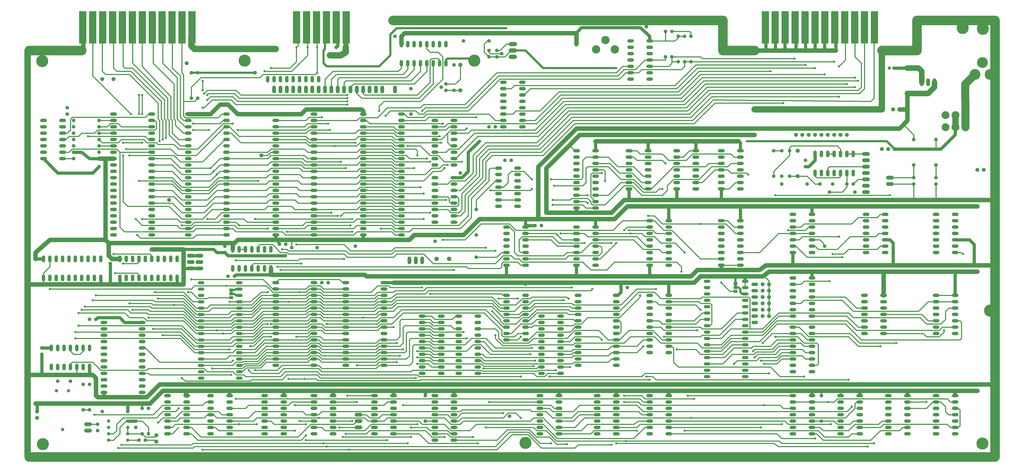
<source format=gbl>
G75*
G70*
%OFA0B0*%
%FSLAX24Y24*%
%IPPOS*%
%LPD*%
%AMOC8*
5,1,8,0,0,1.08239X$1,22.5*
%
%ADD10C,0.0520*%
%ADD11OC8,0.0520*%
%ADD12C,0.0520*%
%ADD13OC8,0.0630*%
%ADD14C,0.0630*%
%ADD15C,0.0114*%
%ADD16R,0.1169X0.5067*%
%ADD17C,0.0600*%
%ADD18C,0.0660*%
%ADD19C,0.0660*%
%ADD20OC8,0.0480*%
%ADD21C,0.0480*%
%ADD22OC8,0.0600*%
%ADD23C,0.1306*%
%ADD24C,0.0700*%
%ADD25C,0.0515*%
%ADD26R,0.0630X0.0460*%
%ADD27C,0.0320*%
%ADD28OC8,0.1185*%
%ADD29C,0.0886*%
%ADD30C,0.1700*%
%ADD31C,0.0160*%
%ADD32C,0.0356*%
%ADD33C,0.0700*%
%ADD34C,0.0500*%
%ADD35C,0.0591*%
%ADD36C,0.0472*%
%ADD37C,0.0240*%
%ADD38C,0.0860*%
%ADD39C,0.1000*%
%ADD40C,0.1900*%
%ADD41C,0.0760*%
%ADD42C,0.1500*%
%ADD43C,0.1250*%
D10*
X022641Y004901D02*
X023161Y004901D01*
X023161Y005901D02*
X022641Y005901D01*
X022641Y006901D02*
X023161Y006901D01*
X023161Y007901D02*
X022641Y007901D01*
X022641Y008901D02*
X023161Y008901D01*
X023161Y009901D02*
X022641Y009901D01*
X022641Y010901D02*
X023161Y010901D01*
X025641Y010901D02*
X026161Y010901D01*
X026161Y009901D02*
X025641Y009901D01*
X025641Y008901D02*
X026161Y008901D01*
X026161Y007901D02*
X025641Y007901D01*
X025641Y006901D02*
X026161Y006901D01*
X026161Y005901D02*
X025641Y005901D01*
X025641Y004901D02*
X026161Y004901D01*
X029391Y004901D02*
X029911Y004901D01*
X029911Y005901D02*
X029391Y005901D01*
X029391Y006901D02*
X029911Y006901D01*
X029911Y007901D02*
X029391Y007901D01*
X029391Y008901D02*
X029911Y008901D01*
X029911Y009901D02*
X029391Y009901D01*
X029391Y010901D02*
X029911Y010901D01*
X032391Y010901D02*
X032911Y010901D01*
X032911Y009901D02*
X032391Y009901D01*
X032391Y008901D02*
X032911Y008901D01*
X032911Y007901D02*
X032391Y007901D01*
X032391Y006901D02*
X032911Y006901D01*
X032911Y005901D02*
X032391Y005901D01*
X032391Y004901D02*
X032911Y004901D01*
X037891Y004901D02*
X038411Y004901D01*
X040891Y004901D02*
X041411Y004901D01*
X041411Y005901D02*
X040891Y005901D01*
X040891Y006901D02*
X041411Y006901D01*
X041411Y007901D02*
X040891Y007901D01*
X038411Y007901D02*
X037891Y007901D01*
X037891Y006901D02*
X038411Y006901D01*
X038411Y005901D02*
X037891Y005901D01*
X037891Y008901D02*
X038411Y008901D01*
X038411Y009901D02*
X037891Y009901D01*
X037891Y010901D02*
X038411Y010901D01*
X040891Y010901D02*
X041411Y010901D01*
X041411Y009901D02*
X040891Y009901D01*
X040891Y008901D02*
X041411Y008901D01*
X045641Y008901D02*
X046161Y008901D01*
X046161Y009901D02*
X045641Y009901D01*
X045641Y010901D02*
X046161Y010901D01*
X048641Y010901D02*
X049161Y010901D01*
X049161Y009901D02*
X048641Y009901D01*
X048641Y008901D02*
X049161Y008901D01*
X049161Y007901D02*
X048641Y007901D01*
X048641Y006901D02*
X049161Y006901D01*
X049161Y005901D02*
X048641Y005901D01*
X048641Y004901D02*
X049161Y004901D01*
X046161Y004901D02*
X045641Y004901D01*
X045641Y005901D02*
X046161Y005901D01*
X046161Y006901D02*
X045641Y006901D01*
X045641Y007901D02*
X046161Y007901D01*
X055141Y007901D02*
X055661Y007901D01*
X055661Y006901D02*
X055141Y006901D01*
X055141Y005901D02*
X055661Y005901D01*
X055661Y004901D02*
X055141Y004901D01*
X058141Y004901D02*
X058661Y004901D01*
X058661Y005901D02*
X058141Y005901D01*
X058141Y006901D02*
X058661Y006901D01*
X058661Y007901D02*
X058141Y007901D01*
X058141Y008901D02*
X058661Y008901D01*
X058661Y009901D02*
X058141Y009901D01*
X058141Y010901D02*
X058661Y010901D01*
X055661Y010901D02*
X055141Y010901D01*
X055141Y009901D02*
X055661Y009901D01*
X055661Y008901D02*
X055141Y008901D01*
X064641Y008901D02*
X065161Y008901D01*
X065161Y009901D02*
X064641Y009901D01*
X064641Y010901D02*
X065161Y010901D01*
X067641Y010901D02*
X068161Y010901D01*
X068161Y009901D02*
X067641Y009901D01*
X067641Y008901D02*
X068161Y008901D01*
X068161Y007901D02*
X067641Y007901D01*
X067641Y006901D02*
X068161Y006901D01*
X068161Y005901D02*
X067641Y005901D01*
X067641Y004901D02*
X068161Y004901D01*
X068161Y003901D02*
X067641Y003901D01*
X065161Y003901D02*
X064641Y003901D01*
X064641Y004901D02*
X065161Y004901D01*
X065161Y005901D02*
X064641Y005901D01*
X064641Y006901D02*
X065161Y006901D01*
X065161Y007901D02*
X064641Y007901D01*
X065641Y014401D02*
X066161Y014401D01*
X068391Y014401D02*
X068911Y014401D01*
X071391Y014401D02*
X071911Y014401D01*
X071911Y015401D02*
X071391Y015401D01*
X071391Y016401D02*
X071911Y016401D01*
X071911Y017401D02*
X071391Y017401D01*
X071391Y018401D02*
X071911Y018401D01*
X071911Y019401D02*
X071391Y019401D01*
X068911Y019401D02*
X068391Y019401D01*
X068391Y018401D02*
X068911Y018401D01*
X068911Y017401D02*
X068391Y017401D01*
X066161Y017401D02*
X065641Y017401D01*
X065641Y018401D02*
X066161Y018401D01*
X066161Y019401D02*
X065641Y019401D01*
X065641Y020401D02*
X066161Y020401D01*
X066161Y021401D02*
X065641Y021401D01*
X068391Y021401D02*
X068911Y021401D01*
X068911Y020401D02*
X068391Y020401D01*
X071391Y020401D02*
X071911Y020401D01*
X071911Y021401D02*
X071391Y021401D01*
X071391Y022401D02*
X071911Y022401D01*
X071911Y023401D02*
X071391Y023401D01*
X068911Y023401D02*
X068391Y023401D01*
X068391Y022401D02*
X068911Y022401D01*
X066161Y022401D02*
X065641Y022401D01*
X065641Y023401D02*
X066161Y023401D01*
X063161Y023401D02*
X062641Y023401D01*
X062641Y022401D02*
X063161Y022401D01*
X063161Y021401D02*
X062641Y021401D01*
X062641Y020401D02*
X063161Y020401D01*
X063161Y019401D02*
X062641Y019401D01*
X062641Y018401D02*
X063161Y018401D01*
X063161Y017401D02*
X062641Y017401D01*
X062641Y016401D02*
X063161Y016401D01*
X063161Y015401D02*
X062641Y015401D01*
X062641Y014401D02*
X063161Y014401D01*
X065641Y015401D02*
X066161Y015401D01*
X066161Y016401D02*
X065641Y016401D01*
X068391Y016401D02*
X068911Y016401D01*
X068911Y015401D02*
X068391Y015401D01*
X075891Y019651D02*
X076411Y019651D01*
X076411Y020651D02*
X075891Y020651D01*
X075891Y021651D02*
X076411Y021651D01*
X076411Y022651D02*
X075891Y022651D01*
X075891Y023651D02*
X076411Y023651D01*
X076411Y024651D02*
X075891Y024651D01*
X075891Y025651D02*
X076411Y025651D01*
X076411Y026651D02*
X075891Y026651D01*
X078891Y026651D02*
X079411Y026651D01*
X079411Y025651D02*
X078891Y025651D01*
X078891Y024651D02*
X079411Y024651D01*
X079411Y023651D02*
X078891Y023651D01*
X078891Y022651D02*
X079411Y022651D01*
X079411Y021651D02*
X078891Y021651D01*
X078891Y020651D02*
X079411Y020651D01*
X079411Y019651D02*
X078891Y019651D01*
X081391Y019401D02*
X081911Y019401D01*
X081911Y018401D02*
X081391Y018401D01*
X081391Y017401D02*
X081911Y017401D01*
X084391Y017401D02*
X084911Y017401D01*
X084911Y018401D02*
X084391Y018401D01*
X084391Y019401D02*
X084911Y019401D01*
X087141Y019651D02*
X087661Y019651D01*
X087661Y020651D02*
X087141Y020651D01*
X087141Y021651D02*
X087661Y021651D01*
X087661Y022651D02*
X087141Y022651D01*
X087141Y023651D02*
X087661Y023651D01*
X087661Y024651D02*
X087141Y024651D01*
X087141Y025651D02*
X087661Y025651D01*
X087661Y026651D02*
X087141Y026651D01*
X084911Y023401D02*
X084391Y023401D01*
X084391Y022401D02*
X084911Y022401D01*
X084911Y021401D02*
X084391Y021401D01*
X084391Y020401D02*
X084911Y020401D01*
X081911Y020401D02*
X081391Y020401D01*
X081391Y021401D02*
X081911Y021401D01*
X081911Y022401D02*
X081391Y022401D01*
X081391Y023401D02*
X081911Y023401D01*
X087141Y018651D02*
X087661Y018651D01*
X087661Y017651D02*
X087141Y017651D01*
X087141Y016651D02*
X087661Y016651D01*
X087661Y015651D02*
X087141Y015651D01*
X084911Y015401D02*
X084391Y015401D01*
X084391Y016401D02*
X084911Y016401D01*
X081911Y016401D02*
X081391Y016401D01*
X081391Y015401D02*
X081911Y015401D01*
X081911Y014401D02*
X081391Y014401D01*
X084391Y014401D02*
X084911Y014401D01*
X084661Y010901D02*
X084141Y010901D01*
X081661Y010901D02*
X081141Y010901D01*
X081141Y009901D02*
X081661Y009901D01*
X081661Y008901D02*
X081141Y008901D01*
X081141Y007901D02*
X081661Y007901D01*
X081661Y006901D02*
X081141Y006901D01*
X081141Y005901D02*
X081661Y005901D01*
X084141Y005901D02*
X084661Y005901D01*
X084661Y006901D02*
X084141Y006901D01*
X084141Y007901D02*
X084661Y007901D01*
X084661Y008901D02*
X084141Y008901D01*
X084141Y009901D02*
X084661Y009901D01*
X090141Y009901D02*
X090661Y009901D01*
X090661Y008901D02*
X090141Y008901D01*
X090141Y007901D02*
X090661Y007901D01*
X090661Y006901D02*
X090141Y006901D01*
X090141Y005901D02*
X090661Y005901D01*
X090661Y004901D02*
X090141Y004901D01*
X093141Y004901D02*
X093661Y004901D01*
X093661Y005901D02*
X093141Y005901D01*
X093141Y006901D02*
X093661Y006901D01*
X093661Y007901D02*
X093141Y007901D01*
X093141Y008901D02*
X093661Y008901D01*
X093661Y009901D02*
X093141Y009901D01*
X093141Y010901D02*
X093661Y010901D01*
X090661Y010901D02*
X090141Y010901D01*
X098391Y010901D02*
X098911Y010901D01*
X101391Y010901D02*
X101911Y010901D01*
X101911Y009901D02*
X101391Y009901D01*
X101391Y008901D02*
X101911Y008901D01*
X098911Y008901D02*
X098391Y008901D01*
X098391Y009901D02*
X098911Y009901D01*
X098911Y007901D02*
X098391Y007901D01*
X098391Y006901D02*
X098911Y006901D01*
X098911Y005901D02*
X098391Y005901D01*
X098391Y004901D02*
X098911Y004901D01*
X101391Y004901D02*
X101911Y004901D01*
X101911Y005901D02*
X101391Y005901D01*
X101391Y006901D02*
X101911Y006901D01*
X101911Y007901D02*
X101391Y007901D01*
X084661Y004901D02*
X084141Y004901D01*
X081661Y004901D02*
X081141Y004901D01*
X093141Y015651D02*
X093661Y015651D01*
X093661Y016651D02*
X093141Y016651D01*
X093141Y017651D02*
X093661Y017651D01*
X093661Y018651D02*
X093141Y018651D01*
X093141Y019651D02*
X093661Y019651D01*
X093661Y020651D02*
X093141Y020651D01*
X093141Y021651D02*
X093661Y021651D01*
X093661Y022651D02*
X093141Y022651D01*
X093141Y023651D02*
X093661Y023651D01*
X093661Y024651D02*
X093141Y024651D01*
X093141Y025651D02*
X093661Y025651D01*
X093661Y026651D02*
X093141Y026651D01*
X098391Y026651D02*
X098911Y026651D01*
X098911Y025651D02*
X098391Y025651D01*
X098391Y024651D02*
X098911Y024651D01*
X101391Y024651D02*
X101911Y024651D01*
X101911Y025651D02*
X101391Y025651D01*
X101391Y026651D02*
X101911Y026651D01*
X101911Y023651D02*
X101391Y023651D01*
X101391Y022651D02*
X101911Y022651D01*
X098911Y022651D02*
X098391Y022651D01*
X098391Y023651D02*
X098911Y023651D01*
X098911Y021651D02*
X098391Y021651D01*
X098391Y020651D02*
X098911Y020651D01*
X098911Y019651D02*
X098391Y019651D01*
X098391Y018651D02*
X098911Y018651D01*
X098911Y017651D02*
X098391Y017651D01*
X101391Y017651D02*
X101911Y017651D01*
X101911Y018651D02*
X101391Y018651D01*
X101391Y019651D02*
X101911Y019651D01*
X101911Y020651D02*
X101391Y020651D01*
X101391Y021651D02*
X101911Y021651D01*
X114891Y022401D02*
X115411Y022401D01*
X115411Y023401D02*
X114891Y023401D01*
X114891Y024401D02*
X115411Y024401D01*
X115411Y025401D02*
X114891Y025401D01*
X114891Y026401D02*
X115411Y026401D01*
X115411Y027401D02*
X114891Y027401D01*
X114891Y028401D02*
X115411Y028401D01*
X120891Y028401D02*
X121411Y028401D01*
X121411Y029401D02*
X120891Y029401D01*
X123891Y029401D02*
X124411Y029401D01*
X124411Y028401D02*
X123891Y028401D01*
X123891Y027401D02*
X124411Y027401D01*
X124411Y026401D02*
X123891Y026401D01*
X123891Y025401D02*
X124411Y025401D01*
X124411Y024401D02*
X123891Y024401D01*
X123891Y023401D02*
X124411Y023401D01*
X121411Y023401D02*
X120891Y023401D01*
X120891Y024401D02*
X121411Y024401D01*
X121411Y025401D02*
X120891Y025401D01*
X120891Y026401D02*
X121411Y026401D01*
X121411Y027401D02*
X120891Y027401D01*
X113161Y031401D02*
X112641Y031401D01*
X112641Y032401D02*
X113161Y032401D01*
X113161Y033401D02*
X112641Y033401D01*
X112641Y034401D02*
X113161Y034401D01*
X113161Y035401D02*
X112641Y035401D01*
X112641Y036401D02*
X113161Y036401D01*
X113161Y037401D02*
X112641Y037401D01*
X110161Y037401D02*
X109641Y037401D01*
X109641Y036401D02*
X110161Y036401D01*
X110161Y035401D02*
X109641Y035401D01*
X109641Y034401D02*
X110161Y034401D01*
X110161Y033401D02*
X109641Y033401D01*
X109641Y032401D02*
X110161Y032401D01*
X110161Y031401D02*
X109641Y031401D01*
X101911Y031401D02*
X101391Y031401D01*
X101391Y032401D02*
X101911Y032401D01*
X098911Y032401D02*
X098391Y032401D01*
X098391Y031401D02*
X098911Y031401D01*
X098911Y033401D02*
X098391Y033401D01*
X098391Y034401D02*
X098911Y034401D01*
X101391Y034401D02*
X101911Y034401D01*
X101911Y033401D02*
X101391Y033401D01*
X101391Y035401D02*
X101911Y035401D01*
X101911Y036401D02*
X101391Y036401D01*
X101391Y037401D02*
X101911Y037401D01*
X098911Y037401D02*
X098391Y037401D01*
X098391Y036401D02*
X098911Y036401D01*
X098911Y035401D02*
X098391Y035401D01*
X098391Y038401D02*
X098911Y038401D01*
X101391Y038401D02*
X101911Y038401D01*
X109641Y038401D02*
X110161Y038401D01*
X112641Y038401D02*
X113161Y038401D01*
X120891Y038401D02*
X121411Y038401D01*
X121411Y039401D02*
X120891Y039401D01*
X123891Y039401D02*
X124411Y039401D01*
X124411Y038401D02*
X123891Y038401D01*
X123891Y037401D02*
X124411Y037401D01*
X124411Y036401D02*
X123891Y036401D01*
X123891Y035401D02*
X124411Y035401D01*
X124411Y034401D02*
X123891Y034401D01*
X123891Y033401D02*
X124411Y033401D01*
X121411Y033401D02*
X120891Y033401D01*
X120891Y034401D02*
X121411Y034401D01*
X121411Y035401D02*
X120891Y035401D01*
X120891Y036401D02*
X121411Y036401D01*
X121411Y037401D02*
X120891Y037401D01*
X132391Y037401D02*
X132911Y037401D01*
X132911Y036401D02*
X132391Y036401D01*
X132391Y035401D02*
X132911Y035401D01*
X135391Y035401D02*
X135911Y035401D01*
X135911Y036401D02*
X135391Y036401D01*
X135391Y037401D02*
X135911Y037401D01*
X135911Y038401D02*
X135391Y038401D01*
X135391Y039401D02*
X135911Y039401D01*
X132911Y039401D02*
X132391Y039401D01*
X132391Y038401D02*
X132911Y038401D01*
X132911Y034401D02*
X132391Y034401D01*
X132391Y033401D02*
X132911Y033401D01*
X135391Y033401D02*
X135911Y033401D01*
X135911Y034401D02*
X135391Y034401D01*
X143391Y034401D02*
X143911Y034401D01*
X143911Y033401D02*
X143391Y033401D01*
X146391Y033401D02*
X146911Y033401D01*
X146911Y034401D02*
X146391Y034401D01*
X146391Y035401D02*
X146911Y035401D01*
X146911Y036401D02*
X146391Y036401D01*
X146391Y037401D02*
X146911Y037401D01*
X146911Y038401D02*
X146391Y038401D01*
X146391Y039401D02*
X146911Y039401D01*
X143911Y039401D02*
X143391Y039401D01*
X143391Y038401D02*
X143911Y038401D01*
X143911Y037401D02*
X143391Y037401D01*
X143391Y036401D02*
X143911Y036401D01*
X143911Y035401D02*
X143391Y035401D01*
X143391Y026651D02*
X143911Y026651D01*
X143911Y025651D02*
X143391Y025651D01*
X143391Y024651D02*
X143911Y024651D01*
X146391Y024651D02*
X146911Y024651D01*
X146911Y025651D02*
X146391Y025651D01*
X146391Y026651D02*
X146911Y026651D01*
X146911Y023651D02*
X146391Y023651D01*
X146391Y022651D02*
X146911Y022651D01*
X146911Y021651D02*
X146391Y021651D01*
X146391Y020651D02*
X146911Y020651D01*
X143911Y020651D02*
X143391Y020651D01*
X143391Y021651D02*
X143911Y021651D01*
X143911Y022651D02*
X143391Y022651D01*
X143391Y023651D02*
X143911Y023651D01*
X135661Y023651D02*
X135141Y023651D01*
X135141Y022651D02*
X135661Y022651D01*
X135661Y021651D02*
X135141Y021651D01*
X135141Y020651D02*
X135661Y020651D01*
X132661Y020651D02*
X132141Y020651D01*
X132141Y021651D02*
X132661Y021651D01*
X132661Y022651D02*
X132141Y022651D01*
X132141Y023651D02*
X132661Y023651D01*
X132661Y024651D02*
X132141Y024651D01*
X132141Y025651D02*
X132661Y025651D01*
X132661Y026651D02*
X132141Y026651D01*
X135141Y026651D02*
X135661Y026651D01*
X135661Y025651D02*
X135141Y025651D01*
X135141Y024651D02*
X135661Y024651D01*
X124411Y021651D02*
X123891Y021651D01*
X123891Y020651D02*
X124411Y020651D01*
X124411Y019651D02*
X123891Y019651D01*
X121411Y019651D02*
X120891Y019651D01*
X120891Y020651D02*
X121411Y020651D01*
X121411Y021651D02*
X120891Y021651D01*
X120891Y018651D02*
X121411Y018651D01*
X121411Y017651D02*
X120891Y017651D01*
X120891Y016651D02*
X121411Y016651D01*
X123891Y016651D02*
X124411Y016651D01*
X124411Y017651D02*
X123891Y017651D01*
X123891Y018651D02*
X124411Y018651D01*
X124411Y015651D02*
X123891Y015651D01*
X123891Y014651D02*
X124411Y014651D01*
X121411Y014651D02*
X120891Y014651D01*
X120891Y015651D02*
X121411Y015651D01*
X121411Y010901D02*
X120891Y010901D01*
X120891Y009901D02*
X121411Y009901D01*
X121411Y008901D02*
X120891Y008901D01*
X120891Y007901D02*
X121411Y007901D01*
X121411Y006901D02*
X120891Y006901D01*
X120891Y005901D02*
X121411Y005901D01*
X123891Y005901D02*
X124411Y005901D01*
X124411Y006901D02*
X123891Y006901D01*
X123891Y007901D02*
X124411Y007901D01*
X124411Y008901D02*
X123891Y008901D01*
X123891Y009901D02*
X124411Y009901D01*
X124411Y010901D02*
X123891Y010901D01*
X128391Y010901D02*
X128911Y010901D01*
X128911Y009901D02*
X128391Y009901D01*
X128391Y008901D02*
X128911Y008901D01*
X128911Y007901D02*
X128391Y007901D01*
X128391Y006901D02*
X128911Y006901D01*
X128911Y005901D02*
X128391Y005901D01*
X128391Y004901D02*
X128911Y004901D01*
X131391Y004901D02*
X131911Y004901D01*
X131911Y005901D02*
X131391Y005901D01*
X131391Y006901D02*
X131911Y006901D01*
X131911Y007901D02*
X131391Y007901D01*
X131391Y008901D02*
X131911Y008901D01*
X131911Y009901D02*
X131391Y009901D01*
X131391Y010901D02*
X131911Y010901D01*
X135891Y010901D02*
X136411Y010901D01*
X136411Y009901D02*
X135891Y009901D01*
X135891Y008901D02*
X136411Y008901D01*
X136411Y007901D02*
X135891Y007901D01*
X135891Y006901D02*
X136411Y006901D01*
X136411Y005901D02*
X135891Y005901D01*
X135891Y004901D02*
X136411Y004901D01*
X138891Y004901D02*
X139411Y004901D01*
X139411Y005901D02*
X138891Y005901D01*
X138891Y006901D02*
X139411Y006901D01*
X139411Y007901D02*
X138891Y007901D01*
X138891Y008901D02*
X139411Y008901D01*
X139411Y009901D02*
X138891Y009901D01*
X138891Y010901D02*
X139411Y010901D01*
X143391Y010901D02*
X143911Y010901D01*
X146391Y010901D02*
X146911Y010901D01*
X146911Y009901D02*
X146391Y009901D01*
X146391Y008901D02*
X146911Y008901D01*
X146911Y007901D02*
X146391Y007901D01*
X146391Y006901D02*
X146911Y006901D01*
X146911Y005901D02*
X146391Y005901D01*
X143911Y005901D02*
X143391Y005901D01*
X143391Y006901D02*
X143911Y006901D01*
X143911Y007901D02*
X143391Y007901D01*
X143391Y008901D02*
X143911Y008901D01*
X143911Y009901D02*
X143391Y009901D01*
X143391Y004901D02*
X143911Y004901D01*
X146391Y004901D02*
X146911Y004901D01*
X124411Y004901D02*
X123891Y004901D01*
X121411Y004901D02*
X120891Y004901D01*
X090411Y031401D02*
X089891Y031401D01*
X089891Y032401D02*
X090411Y032401D01*
X090411Y033401D02*
X089891Y033401D01*
X089891Y034401D02*
X090411Y034401D01*
X090411Y035401D02*
X089891Y035401D01*
X089891Y036401D02*
X090411Y036401D01*
X090411Y037401D02*
X089891Y037401D01*
X087411Y037401D02*
X086891Y037401D01*
X086891Y036401D02*
X087411Y036401D01*
X087411Y035401D02*
X086891Y035401D01*
X086891Y034401D02*
X087411Y034401D01*
X087411Y033401D02*
X086891Y033401D01*
X086891Y032401D02*
X087411Y032401D01*
X087411Y031401D02*
X086891Y031401D01*
X079411Y031401D02*
X078891Y031401D01*
X078891Y032401D02*
X079411Y032401D01*
X079411Y033401D02*
X078891Y033401D01*
X078891Y034401D02*
X079411Y034401D01*
X079411Y035401D02*
X078891Y035401D01*
X078891Y036401D02*
X079411Y036401D01*
X079411Y037401D02*
X078891Y037401D01*
X076411Y037401D02*
X075891Y037401D01*
X075891Y036401D02*
X076411Y036401D01*
X076411Y035401D02*
X075891Y035401D01*
X075891Y034401D02*
X076411Y034401D01*
X076411Y033401D02*
X075891Y033401D01*
X075891Y032401D02*
X076411Y032401D01*
X076411Y031401D02*
X075891Y031401D01*
X068161Y038151D02*
X067641Y038151D01*
X067641Y039151D02*
X068161Y039151D01*
X068161Y040151D02*
X067641Y040151D01*
X067641Y041151D02*
X068161Y041151D01*
X068161Y042151D02*
X067641Y042151D01*
X067641Y043151D02*
X068161Y043151D01*
X068161Y044151D02*
X067641Y044151D01*
X067641Y045151D02*
X068161Y045151D01*
X065161Y045151D02*
X064641Y045151D01*
X064641Y044151D02*
X065161Y044151D01*
X065161Y043151D02*
X064641Y043151D01*
X064641Y042151D02*
X065161Y042151D01*
X065161Y041151D02*
X064641Y041151D01*
X064641Y040151D02*
X065161Y040151D01*
X065161Y039151D02*
X064641Y039151D01*
X064641Y038151D02*
X065161Y038151D01*
X059911Y038151D02*
X059391Y038151D01*
X059391Y037151D02*
X059911Y037151D01*
X059911Y036151D02*
X059391Y036151D01*
X059391Y039151D02*
X059911Y039151D01*
X059911Y040151D02*
X059391Y040151D01*
X059391Y041151D02*
X059911Y041151D01*
X059911Y042151D02*
X059391Y042151D01*
X059391Y043151D02*
X059911Y043151D01*
X059911Y044151D02*
X059391Y044151D01*
X059391Y045151D02*
X059911Y045151D01*
X059911Y046151D02*
X059391Y046151D01*
X059391Y047151D02*
X059911Y047151D01*
X059911Y048151D02*
X059391Y048151D01*
X059391Y049151D02*
X059911Y049151D01*
X059911Y050151D02*
X059391Y050151D01*
X059391Y051151D02*
X059911Y051151D01*
X059911Y052151D02*
X059391Y052151D01*
X059391Y053151D02*
X059911Y053151D01*
X059911Y054151D02*
X059391Y054151D01*
X059391Y055151D02*
X059911Y055151D01*
X064641Y054151D02*
X065161Y054151D01*
X065161Y053151D02*
X064641Y053151D01*
X064641Y052151D02*
X065161Y052151D01*
X065161Y051151D02*
X064641Y051151D01*
X064641Y050151D02*
X065161Y050151D01*
X065161Y049151D02*
X064641Y049151D01*
X064641Y048151D02*
X065161Y048151D01*
X065161Y047151D02*
X064641Y047151D01*
X067641Y047151D02*
X068161Y047151D01*
X068161Y048151D02*
X067641Y048151D01*
X067641Y049151D02*
X068161Y049151D01*
X068161Y050151D02*
X067641Y050151D01*
X067641Y051151D02*
X068161Y051151D01*
X068161Y052151D02*
X067641Y052151D01*
X067641Y053151D02*
X068161Y053151D01*
X068161Y054151D02*
X067641Y054151D01*
X075391Y054151D02*
X075911Y054151D01*
X075911Y053151D02*
X075391Y053151D01*
X078391Y053151D02*
X078911Y053151D01*
X078911Y054151D02*
X078391Y054151D01*
X078391Y055151D02*
X078911Y055151D01*
X078911Y056151D02*
X078391Y056151D01*
X078391Y057151D02*
X078911Y057151D01*
X078911Y058151D02*
X078391Y058151D01*
X078391Y059151D02*
X078911Y059151D01*
X078911Y060151D02*
X078391Y060151D01*
X075911Y060151D02*
X075391Y060151D01*
X075391Y059151D02*
X075911Y059151D01*
X075911Y058151D02*
X075391Y058151D01*
X075391Y057151D02*
X075911Y057151D01*
X075911Y056151D02*
X075391Y056151D01*
X075391Y055151D02*
X075911Y055151D01*
X086891Y049401D02*
X087411Y049401D01*
X087411Y048401D02*
X086891Y048401D01*
X086891Y047401D02*
X087411Y047401D01*
X087411Y046401D02*
X086891Y046401D01*
X086891Y045401D02*
X087411Y045401D01*
X087411Y044401D02*
X086891Y044401D01*
X086891Y043401D02*
X087411Y043401D01*
X087411Y042401D02*
X086891Y042401D01*
X086891Y041401D02*
X087411Y041401D01*
X087411Y040401D02*
X086891Y040401D01*
X089891Y040401D02*
X090411Y040401D01*
X090411Y041401D02*
X089891Y041401D01*
X089891Y042401D02*
X090411Y042401D01*
X090411Y043401D02*
X089891Y043401D01*
X089891Y044401D02*
X090411Y044401D01*
X090411Y045401D02*
X089891Y045401D01*
X089891Y046401D02*
X090411Y046401D01*
X090411Y047401D02*
X089891Y047401D01*
X089891Y048401D02*
X090411Y048401D01*
X090411Y049401D02*
X089891Y049401D01*
X095141Y049401D02*
X095661Y049401D01*
X095661Y048401D02*
X095141Y048401D01*
X095141Y047401D02*
X095661Y047401D01*
X095661Y046401D02*
X095141Y046401D01*
X095141Y045401D02*
X095661Y045401D01*
X095661Y044401D02*
X095141Y044401D01*
X095141Y043401D02*
X095661Y043401D01*
X098141Y043401D02*
X098661Y043401D01*
X098661Y044401D02*
X098141Y044401D01*
X098141Y045401D02*
X098661Y045401D01*
X098661Y046401D02*
X098141Y046401D01*
X098141Y047401D02*
X098661Y047401D01*
X098661Y048401D02*
X098141Y048401D01*
X098141Y049401D02*
X098661Y049401D01*
X102641Y049401D02*
X103161Y049401D01*
X103161Y048401D02*
X102641Y048401D01*
X102641Y047401D02*
X103161Y047401D01*
X103161Y046401D02*
X102641Y046401D01*
X102641Y045401D02*
X103161Y045401D01*
X103161Y044401D02*
X102641Y044401D01*
X102641Y043401D02*
X103161Y043401D01*
X105641Y043401D02*
X106161Y043401D01*
X106161Y044401D02*
X105641Y044401D01*
X105641Y045401D02*
X106161Y045401D01*
X106161Y046401D02*
X105641Y046401D01*
X105641Y047401D02*
X106161Y047401D01*
X106161Y048401D02*
X105641Y048401D01*
X105641Y049401D02*
X106161Y049401D01*
X109641Y049401D02*
X110161Y049401D01*
X110161Y048401D02*
X109641Y048401D01*
X109641Y047401D02*
X110161Y047401D01*
X110161Y046401D02*
X109641Y046401D01*
X109641Y045401D02*
X110161Y045401D01*
X110161Y044401D02*
X109641Y044401D01*
X109641Y043401D02*
X110161Y043401D01*
X112641Y043401D02*
X113161Y043401D01*
X113161Y044401D02*
X112641Y044401D01*
X112641Y045401D02*
X113161Y045401D01*
X113161Y046401D02*
X112641Y046401D01*
X112641Y047401D02*
X113161Y047401D01*
X113161Y048401D02*
X112641Y048401D01*
X112641Y049401D02*
X113161Y049401D01*
X124651Y049161D02*
X124651Y048641D01*
X125651Y048641D02*
X125651Y049161D01*
X126651Y049161D02*
X126651Y048641D01*
X127651Y048641D02*
X127651Y049161D01*
X128651Y049161D02*
X128651Y048641D01*
X129651Y048641D02*
X129651Y049161D01*
X130651Y049161D02*
X130651Y048641D01*
X130651Y046161D02*
X130651Y045641D01*
X129651Y045641D02*
X129651Y046161D01*
X128651Y046161D02*
X128651Y045641D01*
X127651Y045641D02*
X127651Y046161D01*
X126651Y046161D02*
X126651Y045641D01*
X125651Y045641D02*
X125651Y046161D01*
X124651Y046161D02*
X124651Y045641D01*
X098911Y060651D02*
X098391Y060651D01*
X095911Y060651D02*
X095391Y060651D01*
X095391Y061651D02*
X095911Y061651D01*
X095911Y062651D02*
X095391Y062651D01*
X095391Y063651D02*
X095911Y063651D01*
X095911Y064651D02*
X095391Y064651D01*
X095391Y065651D02*
X095911Y065651D01*
X098391Y065651D02*
X098911Y065651D01*
X098911Y064651D02*
X098391Y064651D01*
X098391Y063651D02*
X098911Y063651D01*
X098911Y062651D02*
X098391Y062651D01*
X098391Y061651D02*
X098911Y061651D01*
X098911Y066651D02*
X098391Y066651D01*
X095911Y066651D02*
X095391Y066651D01*
X066651Y066411D02*
X066651Y065891D01*
X065651Y065891D02*
X065651Y066411D01*
X064651Y066411D02*
X064651Y065891D01*
X063651Y065891D02*
X063651Y066411D01*
X062651Y066411D02*
X062651Y065891D01*
X061651Y065891D02*
X061651Y066411D01*
X060651Y066411D02*
X060651Y065891D01*
X059651Y065891D02*
X059651Y066411D01*
X059651Y063411D02*
X059651Y062891D01*
X060651Y062891D02*
X060651Y063411D01*
X061651Y063411D02*
X061651Y062891D01*
X062651Y062891D02*
X062651Y063411D01*
X063651Y063411D02*
X063651Y062891D01*
X064651Y062891D02*
X064651Y063411D01*
X065651Y063411D02*
X065651Y062891D01*
X066651Y062891D02*
X066651Y063411D01*
X053911Y055151D02*
X053391Y055151D01*
X053391Y054151D02*
X053911Y054151D01*
X053911Y053151D02*
X053391Y053151D01*
X053391Y052151D02*
X053911Y052151D01*
X053911Y051151D02*
X053391Y051151D01*
X053391Y050151D02*
X053911Y050151D01*
X053911Y049151D02*
X053391Y049151D01*
X053391Y048151D02*
X053911Y048151D01*
X053911Y047151D02*
X053391Y047151D01*
X053391Y046151D02*
X053911Y046151D01*
X053911Y045151D02*
X053391Y045151D01*
X053391Y044151D02*
X053911Y044151D01*
X053911Y043151D02*
X053391Y043151D01*
X053391Y042151D02*
X053911Y042151D01*
X053911Y041151D02*
X053391Y041151D01*
X053391Y040151D02*
X053911Y040151D01*
X053911Y039151D02*
X053391Y039151D01*
X053391Y038151D02*
X053911Y038151D01*
X053911Y037151D02*
X053391Y037151D01*
X053391Y036151D02*
X053911Y036151D01*
X046161Y036151D02*
X045641Y036151D01*
X045641Y037151D02*
X046161Y037151D01*
X046161Y038151D02*
X045641Y038151D01*
X045641Y039151D02*
X046161Y039151D01*
X046161Y040151D02*
X045641Y040151D01*
X045641Y041151D02*
X046161Y041151D01*
X046161Y042151D02*
X045641Y042151D01*
X045641Y043151D02*
X046161Y043151D01*
X046161Y044151D02*
X045641Y044151D01*
X045641Y045151D02*
X046161Y045151D01*
X046161Y046151D02*
X045641Y046151D01*
X045641Y047151D02*
X046161Y047151D01*
X046161Y048151D02*
X045641Y048151D01*
X045641Y049151D02*
X046161Y049151D01*
X046161Y050151D02*
X045641Y050151D01*
X045641Y051151D02*
X046161Y051151D01*
X046161Y052151D02*
X045641Y052151D01*
X045641Y053151D02*
X046161Y053151D01*
X046161Y054151D02*
X045641Y054151D01*
X045641Y055151D02*
X046161Y055151D01*
X040161Y055151D02*
X039641Y055151D01*
X039641Y054151D02*
X040161Y054151D01*
X040161Y053151D02*
X039641Y053151D01*
X039641Y052151D02*
X040161Y052151D01*
X040161Y051151D02*
X039641Y051151D01*
X039641Y050151D02*
X040161Y050151D01*
X040161Y049151D02*
X039641Y049151D01*
X039641Y048151D02*
X040161Y048151D01*
X040161Y047151D02*
X039641Y047151D01*
X039641Y046151D02*
X040161Y046151D01*
X040161Y045151D02*
X039641Y045151D01*
X039641Y044151D02*
X040161Y044151D01*
X040161Y043151D02*
X039641Y043151D01*
X039641Y042151D02*
X040161Y042151D01*
X040161Y041151D02*
X039641Y041151D01*
X039641Y040151D02*
X040161Y040151D01*
X040161Y039151D02*
X039641Y039151D01*
X039641Y038151D02*
X040161Y038151D01*
X040161Y037151D02*
X039641Y037151D01*
X039641Y036151D02*
X040161Y036151D01*
X039151Y034161D02*
X039151Y033641D01*
X038151Y033641D02*
X038151Y034161D01*
X037151Y034161D02*
X037151Y033641D01*
X036151Y033641D02*
X036151Y034161D01*
X035151Y034161D02*
X035151Y033641D01*
X034151Y033641D02*
X034151Y034161D01*
X033151Y034161D02*
X033151Y033641D01*
X033151Y031161D02*
X033151Y030641D01*
X034151Y030641D02*
X034151Y031161D01*
X035151Y031161D02*
X035151Y030641D01*
X036151Y030641D02*
X036151Y031161D01*
X037151Y031161D02*
X037151Y030641D01*
X038151Y030641D02*
X038151Y031161D01*
X039151Y031161D02*
X039151Y030641D01*
X039641Y028651D02*
X040161Y028651D01*
X040161Y027651D02*
X039641Y027651D01*
X039641Y026651D02*
X040161Y026651D01*
X040161Y025651D02*
X039641Y025651D01*
X039641Y024651D02*
X040161Y024651D01*
X040161Y023651D02*
X039641Y023651D01*
X039641Y022651D02*
X040161Y022651D01*
X040161Y021651D02*
X039641Y021651D01*
X039641Y020651D02*
X040161Y020651D01*
X040161Y019651D02*
X039641Y019651D01*
X039641Y018651D02*
X040161Y018651D01*
X040161Y017651D02*
X039641Y017651D01*
X039641Y016651D02*
X040161Y016651D01*
X040161Y015651D02*
X039641Y015651D01*
X045641Y015651D02*
X046161Y015651D01*
X046161Y016651D02*
X045641Y016651D01*
X045641Y017651D02*
X046161Y017651D01*
X046161Y018651D02*
X045641Y018651D01*
X045641Y019651D02*
X046161Y019651D01*
X046161Y020651D02*
X045641Y020651D01*
X045641Y021651D02*
X046161Y021651D01*
X046161Y022651D02*
X045641Y022651D01*
X045641Y023651D02*
X046161Y023651D01*
X046161Y024651D02*
X045641Y024651D01*
X045641Y025651D02*
X046161Y025651D01*
X046161Y026651D02*
X045641Y026651D01*
X045641Y027651D02*
X046161Y027651D01*
X046161Y028651D02*
X045641Y028651D01*
X050641Y028651D02*
X051161Y028651D01*
X051161Y027651D02*
X050641Y027651D01*
X050641Y026651D02*
X051161Y026651D01*
X051161Y025651D02*
X050641Y025651D01*
X050641Y024651D02*
X051161Y024651D01*
X051161Y023651D02*
X050641Y023651D01*
X050641Y022651D02*
X051161Y022651D01*
X051161Y021651D02*
X050641Y021651D01*
X050641Y020651D02*
X051161Y020651D01*
X051161Y019651D02*
X050641Y019651D01*
X050641Y018651D02*
X051161Y018651D01*
X051161Y017651D02*
X050641Y017651D01*
X050641Y016651D02*
X051161Y016651D01*
X051161Y015651D02*
X050641Y015651D01*
X056641Y015651D02*
X057161Y015651D01*
X057161Y016651D02*
X056641Y016651D01*
X056641Y017651D02*
X057161Y017651D01*
X057161Y018651D02*
X056641Y018651D01*
X056641Y019651D02*
X057161Y019651D01*
X057161Y020651D02*
X056641Y020651D01*
X056641Y021651D02*
X057161Y021651D01*
X057161Y022651D02*
X056641Y022651D01*
X056641Y023651D02*
X057161Y023651D01*
X057161Y024651D02*
X056641Y024651D01*
X056641Y025651D02*
X057161Y025651D01*
X057161Y026651D02*
X056641Y026651D01*
X056641Y027651D02*
X057161Y027651D01*
X057161Y028651D02*
X056641Y028651D01*
X032411Y036151D02*
X031891Y036151D01*
X031891Y037151D02*
X032411Y037151D01*
X032411Y038151D02*
X031891Y038151D01*
X031891Y039151D02*
X032411Y039151D01*
X032411Y040151D02*
X031891Y040151D01*
X031891Y041151D02*
X032411Y041151D01*
X032411Y042151D02*
X031891Y042151D01*
X031891Y043151D02*
X032411Y043151D01*
X032411Y044151D02*
X031891Y044151D01*
X031891Y045151D02*
X032411Y045151D01*
X032411Y046151D02*
X031891Y046151D01*
X031891Y047151D02*
X032411Y047151D01*
X032411Y048151D02*
X031891Y048151D01*
X031891Y049151D02*
X032411Y049151D01*
X032411Y050151D02*
X031891Y050151D01*
X031891Y051151D02*
X032411Y051151D01*
X032411Y052151D02*
X031891Y052151D01*
X031891Y053151D02*
X032411Y053151D01*
X032411Y054151D02*
X031891Y054151D01*
X031891Y055151D02*
X032411Y055151D01*
X026411Y055151D02*
X025891Y055151D01*
X025891Y054151D02*
X026411Y054151D01*
X026411Y053151D02*
X025891Y053151D01*
X025891Y052151D02*
X026411Y052151D01*
X026411Y051151D02*
X025891Y051151D01*
X025891Y050151D02*
X026411Y050151D01*
X026411Y049151D02*
X025891Y049151D01*
X025891Y048151D02*
X026411Y048151D01*
X026411Y047151D02*
X025891Y047151D01*
X025891Y046151D02*
X026411Y046151D01*
X026411Y045151D02*
X025891Y045151D01*
X025891Y044151D02*
X026411Y044151D01*
X026411Y043151D02*
X025891Y043151D01*
X025891Y042151D02*
X026411Y042151D01*
X026411Y041151D02*
X025891Y041151D01*
X025891Y040151D02*
X026411Y040151D01*
X026411Y039151D02*
X025891Y039151D01*
X025891Y038151D02*
X026411Y038151D01*
X026411Y037151D02*
X025891Y037151D01*
X025891Y036151D02*
X026411Y036151D01*
X020661Y036151D02*
X020141Y036151D01*
X020141Y037151D02*
X020661Y037151D01*
X020661Y038151D02*
X020141Y038151D01*
X020141Y039151D02*
X020661Y039151D01*
X020661Y040151D02*
X020141Y040151D01*
X020141Y041151D02*
X020661Y041151D01*
X020661Y042151D02*
X020141Y042151D01*
X020141Y043151D02*
X020661Y043151D01*
X020661Y044151D02*
X020141Y044151D01*
X020141Y045151D02*
X020661Y045151D01*
X020661Y046151D02*
X020141Y046151D01*
X020141Y047151D02*
X020661Y047151D01*
X020661Y048151D02*
X020141Y048151D01*
X020141Y049151D02*
X020661Y049151D01*
X020661Y050151D02*
X020141Y050151D01*
X020141Y051151D02*
X020661Y051151D01*
X020661Y052151D02*
X020141Y052151D01*
X020141Y053151D02*
X020661Y053151D01*
X020661Y054151D02*
X020141Y054151D01*
X020141Y055151D02*
X020661Y055151D01*
X014661Y055151D02*
X014141Y055151D01*
X014141Y054151D02*
X014661Y054151D01*
X014661Y053151D02*
X014141Y053151D01*
X014141Y052151D02*
X014661Y052151D01*
X014661Y051151D02*
X014141Y051151D01*
X014141Y050151D02*
X014661Y050151D01*
X014661Y049151D02*
X014141Y049151D01*
X014141Y048151D02*
X014661Y048151D01*
X014661Y047151D02*
X014141Y047151D01*
X014141Y046151D02*
X014661Y046151D01*
X014661Y045151D02*
X014141Y045151D01*
X014141Y044151D02*
X014661Y044151D01*
X014661Y043151D02*
X014141Y043151D01*
X014141Y042151D02*
X014661Y042151D01*
X014661Y041151D02*
X014141Y041151D01*
X014141Y040151D02*
X014661Y040151D01*
X014661Y039151D02*
X014141Y039151D01*
X014141Y038151D02*
X014661Y038151D01*
X014661Y037151D02*
X014141Y037151D01*
X014141Y036151D02*
X014661Y036151D01*
X015401Y032661D02*
X015401Y032141D01*
X016401Y032141D02*
X016401Y032661D01*
X017401Y032661D02*
X017401Y032141D01*
X018401Y032141D02*
X018401Y032661D01*
X019401Y032661D02*
X019401Y032141D01*
X020401Y032141D02*
X020401Y032661D01*
X021401Y032661D02*
X021401Y032141D01*
X022401Y032141D02*
X022401Y032661D01*
X023401Y032661D02*
X023401Y032141D01*
X024401Y032141D02*
X024401Y032661D01*
X024401Y029661D02*
X024401Y029141D01*
X023401Y029141D02*
X023401Y029661D01*
X022401Y029661D02*
X022401Y029141D01*
X021401Y029141D02*
X021401Y029661D01*
X020401Y029661D02*
X020401Y029141D01*
X019401Y029141D02*
X019401Y029661D01*
X018401Y029661D02*
X018401Y029141D01*
X017401Y029141D02*
X017401Y029661D01*
X016401Y029661D02*
X016401Y029141D01*
X015401Y029141D02*
X015401Y029661D01*
X012401Y029661D02*
X012401Y029141D01*
X011401Y029141D02*
X011401Y029661D01*
X010401Y029661D02*
X010401Y029141D01*
X009401Y029141D02*
X009401Y029661D01*
X008401Y029661D02*
X008401Y029141D01*
X007401Y029141D02*
X007401Y029661D01*
X006401Y029661D02*
X006401Y029141D01*
X005401Y029141D02*
X005401Y029661D01*
X004401Y029661D02*
X004401Y029141D01*
X003401Y029141D02*
X003401Y029661D01*
X003401Y032141D02*
X003401Y032661D01*
X004401Y032661D02*
X004401Y032141D01*
X005401Y032141D02*
X005401Y032661D01*
X006401Y032661D02*
X006401Y032141D01*
X007401Y032141D02*
X007401Y032661D01*
X008401Y032661D02*
X008401Y032141D01*
X009401Y032141D02*
X009401Y032661D01*
X010401Y032661D02*
X010401Y032141D01*
X011401Y032141D02*
X011401Y032661D01*
X012401Y032661D02*
X012401Y032141D01*
X012641Y022401D02*
X013161Y022401D01*
X013161Y021401D02*
X012641Y021401D01*
X012641Y020401D02*
X013161Y020401D01*
X013161Y019401D02*
X012641Y019401D01*
X012641Y018401D02*
X013161Y018401D01*
X013161Y017401D02*
X012641Y017401D01*
X010651Y018141D02*
X010651Y018661D01*
X009651Y018661D02*
X009651Y018141D01*
X008651Y018141D02*
X008651Y018661D01*
X007651Y018661D02*
X007651Y018141D01*
X006651Y018141D02*
X006651Y018661D01*
X005651Y018661D02*
X005651Y018141D01*
X004651Y018141D02*
X004651Y018661D01*
X004651Y015661D02*
X004651Y015141D01*
X005651Y015141D02*
X005651Y015661D01*
X006651Y015661D02*
X006651Y015141D01*
X007651Y015141D02*
X007651Y015661D01*
X008651Y015661D02*
X008651Y015141D01*
X009651Y015141D02*
X009651Y015661D01*
X010651Y015661D02*
X010651Y015141D01*
X012641Y015401D02*
X013161Y015401D01*
X013161Y016401D02*
X012641Y016401D01*
X012641Y014401D02*
X013161Y014401D01*
X013161Y013401D02*
X012641Y013401D01*
X012641Y012401D02*
X013161Y012401D01*
X013161Y011401D02*
X012641Y011401D01*
X018641Y011401D02*
X019161Y011401D01*
X019161Y012401D02*
X018641Y012401D01*
X018641Y013401D02*
X019161Y013401D01*
X019161Y014401D02*
X018641Y014401D01*
X018641Y015401D02*
X019161Y015401D01*
X019161Y016401D02*
X018641Y016401D01*
X018641Y017401D02*
X019161Y017401D01*
X019161Y018401D02*
X018641Y018401D01*
X018641Y019401D02*
X019161Y019401D01*
X019161Y020401D02*
X018641Y020401D01*
X018641Y021401D02*
X019161Y021401D01*
X019161Y022401D02*
X018641Y022401D01*
X006661Y048151D02*
X006141Y048151D01*
X003661Y048151D02*
X003141Y048151D01*
X003141Y049151D02*
X003661Y049151D01*
X003661Y050151D02*
X003141Y050151D01*
X003141Y051151D02*
X003661Y051151D01*
X006141Y051151D02*
X006661Y051151D01*
X006661Y050151D02*
X006141Y050151D01*
X006141Y049151D02*
X006661Y049151D01*
X006661Y052151D02*
X006141Y052151D01*
X006141Y053151D02*
X006661Y053151D01*
X006661Y054151D02*
X006141Y054151D01*
X003661Y054151D02*
X003141Y054151D01*
X003141Y053151D02*
X003661Y053151D01*
X003661Y052151D02*
X003141Y052151D01*
X038651Y060391D02*
X038651Y060911D01*
X039651Y060911D02*
X039651Y060391D01*
X040651Y060391D02*
X040651Y060911D01*
X041651Y060911D02*
X041651Y060391D01*
X042651Y060391D02*
X042651Y060911D01*
X043651Y060911D02*
X043651Y060391D01*
X044651Y060391D02*
X044651Y060911D01*
X045651Y060911D02*
X045651Y060391D01*
X046651Y060391D02*
X046651Y060911D01*
X074641Y046651D02*
X075161Y046651D01*
X075161Y045651D02*
X074641Y045651D01*
X074641Y044651D02*
X075161Y044651D01*
X075161Y043651D02*
X074641Y043651D01*
X074641Y042651D02*
X075161Y042651D01*
X077641Y042651D02*
X078161Y042651D01*
X078161Y043651D02*
X077641Y043651D01*
X077641Y044651D02*
X078161Y044651D01*
X078161Y045651D02*
X077641Y045651D01*
X077641Y046651D02*
X078161Y046651D01*
X078161Y041651D02*
X077641Y041651D01*
X077641Y040651D02*
X078161Y040651D01*
X075161Y040651D02*
X074641Y040651D01*
X074641Y041651D02*
X075161Y041651D01*
D11*
X071401Y040151D03*
X071401Y036151D03*
X064937Y036154D03*
X064937Y035154D03*
X071401Y032651D03*
X079151Y029651D03*
X079151Y028651D03*
X071401Y028651D03*
X058401Y028651D03*
X058401Y029651D03*
X052401Y034401D03*
X052401Y035401D03*
X046401Y034151D03*
X042401Y034151D03*
X041459Y034689D03*
X040459Y034689D03*
X031901Y034401D03*
X031901Y033401D03*
X032401Y029651D03*
X033401Y029651D03*
X025401Y033901D03*
X025401Y034901D03*
X013901Y032651D03*
X013901Y031651D03*
X002151Y032401D03*
X001151Y032401D03*
X010651Y022901D03*
X011651Y022901D03*
X003151Y018401D03*
X003151Y017401D03*
X005651Y013151D03*
X007651Y013151D03*
X009651Y012651D03*
X010651Y012651D03*
X018901Y008901D03*
X019901Y008901D03*
X016651Y008401D03*
X017901Y006901D03*
X017901Y005901D03*
X018901Y004901D03*
X019901Y004901D03*
X019401Y003901D03*
X018401Y003901D03*
X011901Y005401D03*
X011901Y006401D03*
X012651Y008401D03*
X010651Y008651D03*
X009651Y008651D03*
X027151Y011651D03*
X027151Y012651D03*
X033651Y012651D03*
X033651Y011651D03*
X042401Y011651D03*
X042401Y012651D03*
X049901Y012651D03*
X049901Y011651D03*
X059524Y011666D03*
X059524Y012666D03*
X062151Y012651D03*
X062151Y011651D03*
X063401Y010901D03*
X068901Y011651D03*
X068901Y012651D03*
X076651Y011651D03*
X080151Y011651D03*
X080151Y012651D03*
X085651Y012651D03*
X085651Y011651D03*
X095151Y011651D03*
X095151Y012651D03*
X102901Y012651D03*
X102901Y011651D03*
X119901Y011651D03*
X119901Y012651D03*
X125401Y012651D03*
X125401Y011651D03*
X125651Y010901D03*
X132901Y011651D03*
X132901Y012651D03*
X140401Y012651D03*
X140401Y011651D03*
X147901Y011651D03*
X147901Y012651D03*
X125651Y006901D03*
X095151Y027901D03*
X094151Y027901D03*
X102651Y028651D03*
X102651Y029651D03*
X115901Y029651D03*
X115901Y030651D03*
X125151Y030401D03*
X125151Y031401D03*
X126151Y030401D03*
X131651Y030401D03*
X131651Y031401D03*
X135401Y031401D03*
X135401Y030401D03*
X126151Y034401D03*
X124151Y040651D03*
X124151Y041651D03*
X126901Y042901D03*
X127401Y044151D03*
X125401Y044151D03*
X123401Y044151D03*
X120651Y045401D03*
X119401Y045401D03*
X118151Y045401D03*
X119401Y044151D03*
X123151Y046901D03*
X123151Y047901D03*
X120651Y049401D03*
X119401Y049401D03*
X118151Y049401D03*
X110401Y050901D03*
X110401Y051901D03*
X105901Y051901D03*
X105901Y050901D03*
X098401Y050901D03*
X098401Y051901D03*
X090151Y051901D03*
X090151Y050901D03*
X076901Y047901D03*
X075901Y047901D03*
X069901Y045901D03*
X068901Y045901D03*
X073401Y053151D03*
X074401Y053151D03*
X067901Y058901D03*
X066651Y058901D03*
X065901Y059401D03*
X066651Y059901D03*
X061151Y059151D03*
X061151Y055151D03*
X067901Y062901D03*
X073401Y064151D03*
X074651Y064151D03*
X075401Y064651D03*
X074651Y065151D03*
X073401Y065151D03*
X073401Y066651D03*
X069401Y066651D03*
X059651Y067401D03*
X058651Y067401D03*
X027651Y061651D03*
X026651Y061651D03*
X026651Y057651D03*
X027651Y057651D03*
X012151Y054151D03*
X012151Y053151D03*
X012151Y052151D03*
X012151Y051151D03*
X012151Y050151D03*
X012151Y049151D03*
X012151Y048151D03*
X012151Y046901D03*
X013151Y046901D03*
X008151Y048151D03*
X008151Y049151D03*
X008151Y050151D03*
X008151Y051151D03*
X008151Y052151D03*
X008151Y053151D03*
X008151Y054151D03*
X007151Y055151D03*
X007151Y056151D03*
X047151Y028651D03*
X048151Y028651D03*
X080652Y037620D03*
X081652Y037620D03*
X091151Y038651D03*
X091151Y039651D03*
X101651Y040651D03*
X101651Y041651D03*
X112901Y041651D03*
X112901Y040651D03*
X129651Y044151D03*
X130651Y044151D03*
X130901Y042901D03*
X140151Y044151D03*
X140151Y045151D03*
X140151Y047151D03*
X143651Y047151D03*
X143651Y045151D03*
X143651Y044151D03*
X143651Y051151D03*
X140151Y051151D03*
X105151Y063401D03*
X104151Y063401D03*
X103151Y063401D03*
X102151Y064151D03*
X101151Y064151D03*
X103151Y067401D03*
X104151Y067401D03*
X105151Y067401D03*
X102151Y068151D03*
X101151Y068151D03*
X098151Y067901D03*
X098151Y068901D03*
X143401Y031401D03*
X143401Y030401D03*
X146651Y030401D03*
X146651Y031401D03*
X076651Y007651D03*
X063401Y006901D03*
D12*
X016651Y006901D03*
X016651Y005901D03*
X016651Y004901D03*
X016651Y003901D03*
X013651Y003901D03*
X013651Y004901D03*
X013651Y005901D03*
X013651Y006901D03*
X006401Y005551D03*
X005451Y011651D03*
X007351Y011651D03*
D13*
X021151Y003651D03*
X136901Y055901D03*
D14*
X137901Y055901D03*
X021151Y004651D03*
D15*
X020518Y066773D02*
X020518Y067419D01*
X020784Y067419D01*
X020784Y066773D01*
X020518Y066773D01*
X020518Y066886D02*
X020784Y066886D01*
X020784Y066999D02*
X020518Y066999D01*
X020518Y067112D02*
X020784Y067112D01*
X020784Y067225D02*
X020518Y067225D01*
X020518Y067338D02*
X020784Y067338D01*
X022018Y067419D02*
X022018Y066773D01*
X022018Y067419D02*
X022284Y067419D01*
X022284Y066773D01*
X022018Y066773D01*
X022018Y066886D02*
X022284Y066886D01*
X022284Y066999D02*
X022018Y066999D01*
X022018Y067112D02*
X022284Y067112D01*
X022284Y067225D02*
X022018Y067225D01*
X022018Y067338D02*
X022284Y067338D01*
X023518Y067419D02*
X023518Y066773D01*
X023518Y067419D02*
X023784Y067419D01*
X023784Y066773D01*
X023518Y066773D01*
X023518Y066886D02*
X023784Y066886D01*
X023784Y066999D02*
X023518Y066999D01*
X023518Y067112D02*
X023784Y067112D01*
X023784Y067225D02*
X023518Y067225D01*
X023518Y067338D02*
X023784Y067338D01*
X025018Y067419D02*
X025018Y066773D01*
X025018Y067419D02*
X025284Y067419D01*
X025284Y066773D01*
X025018Y066773D01*
X025018Y066886D02*
X025284Y066886D01*
X025284Y066999D02*
X025018Y066999D01*
X025018Y067112D02*
X025284Y067112D01*
X025284Y067225D02*
X025018Y067225D01*
X025018Y067338D02*
X025284Y067338D01*
X026784Y067419D02*
X026784Y066773D01*
X026518Y066773D01*
X026518Y067419D01*
X026784Y067419D01*
X026784Y066886D02*
X026518Y066886D01*
X026518Y066999D02*
X026784Y066999D01*
X026784Y067112D02*
X026518Y067112D01*
X026518Y067225D02*
X026784Y067225D01*
X026784Y067338D02*
X026518Y067338D01*
X018768Y067419D02*
X018768Y066773D01*
X018768Y067419D02*
X019034Y067419D01*
X019034Y066773D01*
X018768Y066773D01*
X018768Y066886D02*
X019034Y066886D01*
X019034Y066999D02*
X018768Y066999D01*
X018768Y067112D02*
X019034Y067112D01*
X019034Y067225D02*
X018768Y067225D01*
X018768Y067338D02*
X019034Y067338D01*
X017268Y067419D02*
X017268Y066773D01*
X017268Y067419D02*
X017534Y067419D01*
X017534Y066773D01*
X017268Y066773D01*
X017268Y066886D02*
X017534Y066886D01*
X017534Y066999D02*
X017268Y066999D01*
X017268Y067112D02*
X017534Y067112D01*
X017534Y067225D02*
X017268Y067225D01*
X017268Y067338D02*
X017534Y067338D01*
X015768Y067419D02*
X015768Y066773D01*
X015768Y067419D02*
X016034Y067419D01*
X016034Y066773D01*
X015768Y066773D01*
X015768Y066886D02*
X016034Y066886D01*
X016034Y066999D02*
X015768Y066999D01*
X015768Y067112D02*
X016034Y067112D01*
X016034Y067225D02*
X015768Y067225D01*
X015768Y067338D02*
X016034Y067338D01*
X014268Y067419D02*
X014268Y066773D01*
X014268Y067419D02*
X014534Y067419D01*
X014534Y066773D01*
X014268Y066773D01*
X014268Y066886D02*
X014534Y066886D01*
X014534Y066999D02*
X014268Y066999D01*
X014268Y067112D02*
X014534Y067112D01*
X014534Y067225D02*
X014268Y067225D01*
X014268Y067338D02*
X014534Y067338D01*
X012518Y067419D02*
X012518Y066773D01*
X012518Y067419D02*
X012784Y067419D01*
X012784Y066773D01*
X012518Y066773D01*
X012518Y066886D02*
X012784Y066886D01*
X012784Y066999D02*
X012518Y066999D01*
X012518Y067112D02*
X012784Y067112D01*
X012784Y067225D02*
X012518Y067225D01*
X012518Y067338D02*
X012784Y067338D01*
X011018Y067419D02*
X011018Y066773D01*
X011018Y067419D02*
X011284Y067419D01*
X011284Y066773D01*
X011018Y066773D01*
X011018Y066886D02*
X011284Y066886D01*
X011284Y066999D02*
X011018Y066999D01*
X011018Y067112D02*
X011284Y067112D01*
X011284Y067225D02*
X011018Y067225D01*
X011018Y067338D02*
X011284Y067338D01*
X009518Y067419D02*
X009518Y066773D01*
X009518Y067419D02*
X009784Y067419D01*
X009784Y066773D01*
X009518Y066773D01*
X009518Y066886D02*
X009784Y066886D01*
X009784Y066999D02*
X009518Y066999D01*
X009518Y067112D02*
X009784Y067112D01*
X009784Y067225D02*
X009518Y067225D01*
X009518Y067338D02*
X009784Y067338D01*
X043268Y067169D02*
X043268Y066523D01*
X043268Y067169D02*
X043534Y067169D01*
X043534Y066523D01*
X043268Y066523D01*
X043268Y066636D02*
X043534Y066636D01*
X043534Y066749D02*
X043268Y066749D01*
X043268Y066862D02*
X043534Y066862D01*
X043534Y066975D02*
X043268Y066975D01*
X043268Y067088D02*
X043534Y067088D01*
X044768Y067169D02*
X044768Y066523D01*
X044768Y067169D02*
X045034Y067169D01*
X045034Y066523D01*
X044768Y066523D01*
X044768Y066636D02*
X045034Y066636D01*
X045034Y066749D02*
X044768Y066749D01*
X044768Y066862D02*
X045034Y066862D01*
X045034Y066975D02*
X044768Y066975D01*
X044768Y067088D02*
X045034Y067088D01*
X046268Y067169D02*
X046268Y066523D01*
X046268Y067169D02*
X046534Y067169D01*
X046534Y066523D01*
X046268Y066523D01*
X046268Y066636D02*
X046534Y066636D01*
X046534Y066749D02*
X046268Y066749D01*
X046268Y066862D02*
X046534Y066862D01*
X046534Y066975D02*
X046268Y066975D01*
X046268Y067088D02*
X046534Y067088D01*
X047518Y067169D02*
X047518Y066523D01*
X047518Y067169D02*
X047784Y067169D01*
X047784Y066523D01*
X047518Y066523D01*
X047518Y066636D02*
X047784Y066636D01*
X047784Y066749D02*
X047518Y066749D01*
X047518Y066862D02*
X047784Y066862D01*
X047784Y066975D02*
X047518Y066975D01*
X047518Y067088D02*
X047784Y067088D01*
X049518Y067169D02*
X049518Y066523D01*
X049518Y067169D02*
X049784Y067169D01*
X049784Y066523D01*
X049518Y066523D01*
X049518Y066636D02*
X049784Y066636D01*
X049784Y066749D02*
X049518Y066749D01*
X049518Y066862D02*
X049784Y066862D01*
X049784Y066975D02*
X049518Y066975D01*
X049518Y067088D02*
X049784Y067088D01*
X051018Y067169D02*
X051018Y066523D01*
X051018Y067169D02*
X051284Y067169D01*
X051284Y066523D01*
X051018Y066523D01*
X051018Y066636D02*
X051284Y066636D01*
X051284Y066749D02*
X051018Y066749D01*
X051018Y066862D02*
X051284Y066862D01*
X051284Y066975D02*
X051018Y066975D01*
X051018Y067088D02*
X051284Y067088D01*
X116768Y066773D02*
X116768Y067419D01*
X117034Y067419D01*
X117034Y066773D01*
X116768Y066773D01*
X116768Y066886D02*
X117034Y066886D01*
X117034Y066999D02*
X116768Y066999D01*
X116768Y067112D02*
X117034Y067112D01*
X117034Y067225D02*
X116768Y067225D01*
X116768Y067338D02*
X117034Y067338D01*
X118268Y067419D02*
X118268Y066773D01*
X118268Y067419D02*
X118534Y067419D01*
X118534Y066773D01*
X118268Y066773D01*
X118268Y066886D02*
X118534Y066886D01*
X118534Y066999D02*
X118268Y066999D01*
X118268Y067112D02*
X118534Y067112D01*
X118534Y067225D02*
X118268Y067225D01*
X118268Y067338D02*
X118534Y067338D01*
X119768Y067419D02*
X119768Y066773D01*
X119768Y067419D02*
X120034Y067419D01*
X120034Y066773D01*
X119768Y066773D01*
X119768Y066886D02*
X120034Y066886D01*
X120034Y066999D02*
X119768Y066999D01*
X119768Y067112D02*
X120034Y067112D01*
X120034Y067225D02*
X119768Y067225D01*
X119768Y067338D02*
X120034Y067338D01*
X121518Y067419D02*
X121518Y066773D01*
X121518Y067419D02*
X121784Y067419D01*
X121784Y066773D01*
X121518Y066773D01*
X121518Y066886D02*
X121784Y066886D01*
X121784Y066999D02*
X121518Y066999D01*
X121518Y067112D02*
X121784Y067112D01*
X121784Y067225D02*
X121518Y067225D01*
X121518Y067338D02*
X121784Y067338D01*
X123018Y067419D02*
X123018Y066773D01*
X123018Y067419D02*
X123284Y067419D01*
X123284Y066773D01*
X123018Y066773D01*
X123018Y066886D02*
X123284Y066886D01*
X123284Y066999D02*
X123018Y066999D01*
X123018Y067112D02*
X123284Y067112D01*
X123284Y067225D02*
X123018Y067225D01*
X123018Y067338D02*
X123284Y067338D01*
X124518Y067419D02*
X124518Y066773D01*
X124518Y067419D02*
X124784Y067419D01*
X124784Y066773D01*
X124518Y066773D01*
X124518Y066886D02*
X124784Y066886D01*
X124784Y066999D02*
X124518Y066999D01*
X124518Y067112D02*
X124784Y067112D01*
X124784Y067225D02*
X124518Y067225D01*
X124518Y067338D02*
X124784Y067338D01*
X126018Y067419D02*
X126018Y066773D01*
X126018Y067419D02*
X126284Y067419D01*
X126284Y066773D01*
X126018Y066773D01*
X126018Y066886D02*
X126284Y066886D01*
X126284Y066999D02*
X126018Y066999D01*
X126018Y067112D02*
X126284Y067112D01*
X126284Y067225D02*
X126018Y067225D01*
X126018Y067338D02*
X126284Y067338D01*
X127768Y067419D02*
X127768Y066773D01*
X127768Y067419D02*
X128034Y067419D01*
X128034Y066773D01*
X127768Y066773D01*
X127768Y066886D02*
X128034Y066886D01*
X128034Y066999D02*
X127768Y066999D01*
X127768Y067112D02*
X128034Y067112D01*
X128034Y067225D02*
X127768Y067225D01*
X127768Y067338D02*
X128034Y067338D01*
X129268Y067419D02*
X129268Y066773D01*
X129268Y067419D02*
X129534Y067419D01*
X129534Y066773D01*
X129268Y066773D01*
X129268Y066886D02*
X129534Y066886D01*
X129534Y066999D02*
X129268Y066999D01*
X129268Y067112D02*
X129534Y067112D01*
X129534Y067225D02*
X129268Y067225D01*
X129268Y067338D02*
X129534Y067338D01*
X130768Y067419D02*
X130768Y066773D01*
X130768Y067419D02*
X131034Y067419D01*
X131034Y066773D01*
X130768Y066773D01*
X130768Y066886D02*
X131034Y066886D01*
X131034Y066999D02*
X130768Y066999D01*
X130768Y067112D02*
X131034Y067112D01*
X131034Y067225D02*
X130768Y067225D01*
X130768Y067338D02*
X131034Y067338D01*
X132268Y067419D02*
X132268Y066773D01*
X132268Y067419D02*
X132534Y067419D01*
X132534Y066773D01*
X132268Y066773D01*
X132268Y066886D02*
X132534Y066886D01*
X132534Y066999D02*
X132268Y066999D01*
X132268Y067112D02*
X132534Y067112D01*
X132534Y067225D02*
X132268Y067225D01*
X132268Y067338D02*
X132534Y067338D01*
X134034Y067419D02*
X134034Y066773D01*
X133768Y066773D01*
X133768Y067419D01*
X134034Y067419D01*
X134034Y066886D02*
X133768Y066886D01*
X133768Y066999D02*
X134034Y066999D01*
X134034Y067112D02*
X133768Y067112D01*
X133768Y067225D02*
X134034Y067225D01*
X134034Y067338D02*
X133768Y067338D01*
D16*
X133976Y068791D03*
X132417Y068791D03*
X130858Y068791D03*
X129299Y068791D03*
X127740Y068791D03*
X126181Y068791D03*
X124622Y068791D03*
X123063Y068791D03*
X121504Y068791D03*
X119944Y068791D03*
X118385Y068791D03*
X116826Y068791D03*
X050976Y068791D03*
X049417Y068791D03*
X047858Y068791D03*
X046299Y068791D03*
X044740Y068791D03*
X043181Y068791D03*
X026726Y068791D03*
X025167Y068791D03*
X023608Y068791D03*
X022049Y068791D03*
X020490Y068791D03*
X018931Y068791D03*
X017372Y068791D03*
X015813Y068791D03*
X014254Y068791D03*
X012694Y068791D03*
X011135Y068791D03*
X009576Y068791D03*
D17*
X039651Y059326D02*
X039651Y058726D01*
X040651Y058726D02*
X040651Y059326D01*
X041651Y059326D02*
X041651Y058726D01*
X042651Y058726D02*
X042651Y059326D01*
X043651Y059326D02*
X043651Y058726D01*
X044651Y058726D02*
X044651Y059326D01*
X045651Y059326D02*
X045651Y058726D01*
X046651Y058726D02*
X046651Y059326D01*
X047651Y059326D02*
X047651Y058726D01*
X048651Y058726D02*
X048651Y059326D01*
X049651Y059326D02*
X049651Y058726D01*
X050651Y058726D02*
X050651Y059326D01*
X051651Y059326D02*
X051651Y058726D01*
X052651Y058726D02*
X052651Y059326D01*
X053651Y059326D02*
X053651Y058726D01*
X054651Y058726D02*
X054651Y059326D01*
X055651Y059326D02*
X055651Y058726D01*
X056651Y058726D02*
X056651Y059326D01*
X058651Y059326D02*
X058651Y058726D01*
X028201Y032901D02*
X027601Y032901D01*
X026851Y032901D02*
X026251Y032901D01*
X026251Y031901D02*
X026851Y031901D01*
X027601Y031901D02*
X028201Y031901D01*
X028201Y030901D02*
X027601Y030901D01*
X026851Y030901D02*
X026251Y030901D01*
X060901Y031851D02*
X060901Y032451D01*
X061901Y032451D02*
X061901Y031851D01*
X062901Y031851D02*
X062901Y032451D01*
X053201Y007901D02*
X052601Y007901D01*
X052601Y006901D02*
X053201Y006901D01*
X053201Y005901D02*
X052601Y005901D01*
X010701Y005401D02*
X010101Y005401D01*
X010101Y006401D02*
X010701Y006401D01*
X132351Y042901D02*
X132951Y042901D01*
X132951Y043901D02*
X132351Y043901D01*
X132351Y044901D02*
X132951Y044901D01*
X132951Y045901D02*
X132351Y045901D01*
X132351Y046901D02*
X132951Y046901D01*
X132951Y047901D02*
X132351Y047901D01*
X132351Y048901D02*
X132951Y048901D01*
X136101Y045151D02*
X136701Y045151D01*
X136701Y044151D02*
X136101Y044151D01*
X141401Y059851D02*
X141401Y060451D01*
X142401Y060451D02*
X142401Y059851D01*
X143401Y059851D02*
X143401Y060451D01*
D18*
X077481Y064151D02*
X076821Y064151D01*
X076821Y065151D02*
X077481Y065151D01*
X077481Y066151D02*
X076821Y066151D01*
D19*
X068901Y062901D03*
X068901Y058901D03*
X121901Y049401D03*
X121901Y045401D03*
X139151Y058401D03*
X139151Y062401D03*
D20*
X136301Y062401D03*
D21*
X137001Y062401D03*
D22*
X129651Y051901D03*
X128651Y051901D03*
X127651Y051901D03*
X126651Y051901D03*
X125651Y051901D03*
X124651Y051901D03*
X123651Y051901D03*
X122651Y051901D03*
X121651Y051901D03*
X135151Y049651D03*
X136151Y049651D03*
X137151Y049651D03*
X150151Y046401D03*
X151151Y046401D03*
X117401Y028401D03*
X116401Y028401D03*
X116401Y027401D03*
X116401Y026401D03*
X116401Y025401D03*
X117401Y025401D03*
X117401Y026401D03*
X117401Y027401D03*
X117401Y024401D03*
X116401Y024401D03*
X116401Y023401D03*
X117401Y023401D03*
X037651Y048651D03*
X023151Y041651D03*
X014401Y060651D03*
X012651Y060651D03*
X025901Y063151D03*
X002401Y008401D03*
X002401Y007401D03*
D23*
X090244Y065329D03*
X091701Y066786D03*
X093158Y065329D03*
D24*
X067135Y032401D03*
X065167Y032401D03*
D25*
X034409Y028651D02*
X033894Y028651D01*
X033894Y027651D02*
X034409Y027651D01*
X034409Y026651D02*
X033894Y026651D01*
X033894Y025651D02*
X034409Y025651D01*
X034409Y024651D02*
X033894Y024651D01*
X033894Y023651D02*
X034409Y023651D01*
X034409Y022651D02*
X033894Y022651D01*
X033894Y021651D02*
X034409Y021651D01*
X034409Y020651D02*
X033894Y020651D01*
X033894Y019651D02*
X034409Y019651D01*
X034409Y018651D02*
X033894Y018651D01*
X033894Y017651D02*
X034409Y017651D01*
X034409Y016651D02*
X033894Y016651D01*
X033894Y015651D02*
X034409Y015651D01*
X034409Y014651D02*
X033894Y014651D01*
X033894Y013651D02*
X034409Y013651D01*
X028409Y013651D02*
X027894Y013651D01*
X027894Y014651D02*
X028409Y014651D01*
X028409Y015651D02*
X027894Y015651D01*
X027894Y016651D02*
X028409Y016651D01*
X028409Y017651D02*
X027894Y017651D01*
X027894Y018651D02*
X028409Y018651D01*
X028409Y019651D02*
X027894Y019651D01*
X027894Y020651D02*
X028409Y020651D01*
X028409Y021651D02*
X027894Y021651D01*
X027894Y022651D02*
X028409Y022651D01*
X028409Y023651D02*
X027894Y023651D01*
X027894Y024651D02*
X028409Y024651D01*
X028409Y025651D02*
X027894Y025651D01*
X027894Y026651D02*
X028409Y026651D01*
X028409Y027651D02*
X027894Y027651D01*
X027894Y028651D02*
X028409Y028651D01*
X107394Y028901D02*
X107909Y028901D01*
X107909Y027901D02*
X107394Y027901D01*
X107394Y026901D02*
X107909Y026901D01*
X107909Y025901D02*
X107394Y025901D01*
X107394Y024901D02*
X107909Y024901D01*
X107909Y023901D02*
X107394Y023901D01*
X107394Y022901D02*
X107909Y022901D01*
X107909Y021901D02*
X107394Y021901D01*
X107394Y020901D02*
X107909Y020901D01*
X107909Y019901D02*
X107394Y019901D01*
X107394Y018901D02*
X107909Y018901D01*
X107909Y017901D02*
X107394Y017901D01*
X107394Y016901D02*
X107909Y016901D01*
X107909Y015901D02*
X107394Y015901D01*
X107394Y014901D02*
X107909Y014901D01*
X107909Y013901D02*
X107394Y013901D01*
X113394Y013901D02*
X113909Y013901D01*
X113909Y014901D02*
X113394Y014901D01*
X113394Y015901D02*
X113909Y015901D01*
X113909Y016901D02*
X113394Y016901D01*
X113394Y017901D02*
X113909Y017901D01*
X113909Y018901D02*
X113394Y018901D01*
X113394Y019901D02*
X113909Y019901D01*
X113909Y020901D02*
X113394Y020901D01*
X113394Y021901D02*
X113909Y021901D01*
X113909Y022901D02*
X113394Y022901D01*
X113394Y023901D02*
X113909Y023901D01*
X113909Y024901D02*
X113394Y024901D01*
X113394Y025901D02*
X113909Y025901D01*
X113909Y026901D02*
X113394Y026901D01*
X113394Y027901D02*
X113909Y027901D01*
X113909Y028901D02*
X113394Y028901D01*
D26*
X112151Y028501D03*
X112151Y027901D03*
X112151Y027301D03*
X032901Y027501D03*
X032901Y026901D03*
X032901Y026301D03*
D27*
X032901Y026901D02*
X033401Y026901D01*
X033651Y026651D01*
X034151Y026651D01*
X032901Y026901D02*
X032901Y027401D01*
X032901Y027501D02*
X033501Y027501D01*
X033651Y027651D01*
X034151Y027651D01*
X036651Y061651D02*
X027651Y061651D01*
X026651Y061651D01*
X047401Y063151D02*
X047901Y062651D01*
X056151Y062651D01*
X057901Y064401D01*
X057901Y067651D01*
X058901Y068651D01*
X076151Y068651D01*
X077151Y065151D02*
X079151Y065151D01*
X081901Y062401D01*
X093401Y062401D01*
X071101Y063551D02*
X070501Y063551D01*
X070151Y063901D01*
X066901Y063901D01*
X066651Y063651D01*
X066651Y063151D01*
X047651Y065401D02*
X047401Y065151D01*
X047401Y063151D01*
X047651Y065401D02*
X047651Y065651D01*
X047651Y066846D01*
X113901Y050901D02*
X135901Y050901D01*
X137151Y049651D01*
X112151Y029651D02*
X112151Y028501D01*
X112151Y028401D02*
X112151Y027901D01*
X112651Y027901D01*
X112901Y027651D01*
X112901Y027151D01*
X113151Y026901D01*
X113651Y026901D01*
D28*
X145121Y053111D03*
X146701Y053111D03*
X148281Y053111D03*
X148281Y054991D03*
X146701Y054991D03*
X145121Y054991D03*
D29*
X153201Y055051D03*
X153201Y053051D03*
D30*
X152120Y061401D03*
X150939Y063252D03*
X149757Y061401D03*
D31*
X133951Y057701D02*
X133901Y057751D01*
X133901Y067096D01*
X132401Y067096D02*
X132401Y059151D01*
X131651Y058401D01*
X108151Y058401D01*
X104901Y055151D01*
X086151Y055151D01*
X081151Y050151D01*
X073151Y050151D01*
X071401Y048401D01*
X071401Y045651D01*
X068901Y043151D01*
X067901Y043151D01*
X067901Y042151D02*
X068401Y042151D01*
X068651Y041901D01*
X068651Y040901D01*
X068401Y040651D01*
X058651Y040651D01*
X058151Y041151D01*
X053651Y041151D01*
X053151Y040651D02*
X058151Y040651D01*
X058651Y040151D01*
X059651Y040151D01*
X059651Y039151D02*
X058651Y039151D01*
X058151Y039651D01*
X050651Y039651D01*
X050151Y039151D01*
X049651Y039151D02*
X045901Y039151D01*
X045901Y040151D02*
X052651Y040151D01*
X053151Y040651D01*
X052651Y041151D02*
X045901Y041151D01*
X043401Y041151D01*
X042901Y041651D01*
X038901Y041651D01*
X038401Y041151D01*
X032151Y041151D01*
X030151Y041151D01*
X028651Y039651D01*
X025151Y039651D01*
X023651Y041151D01*
X020401Y041151D01*
X020401Y042151D02*
X023901Y042151D01*
X025401Y040651D01*
X028901Y040651D01*
X030401Y042151D01*
X032151Y042151D01*
X038401Y042151D01*
X038901Y042651D01*
X043151Y042651D01*
X043651Y042151D01*
X045901Y042151D01*
X052651Y042151D01*
X053151Y042651D01*
X058151Y042651D01*
X058651Y042151D01*
X059651Y042151D01*
X059651Y043151D02*
X058651Y043151D01*
X058151Y043651D01*
X053151Y043651D01*
X052651Y043151D01*
X045901Y043151D01*
X043651Y043151D01*
X043151Y043651D01*
X038901Y043651D01*
X038401Y043151D01*
X032151Y043151D01*
X030651Y043151D01*
X029151Y041651D01*
X025151Y041651D01*
X023651Y043151D01*
X020401Y043151D01*
X020401Y044151D02*
X023651Y044151D01*
X025151Y042651D01*
X029401Y042651D01*
X030901Y044151D01*
X032151Y044151D01*
X038401Y044151D01*
X038901Y044651D01*
X043401Y044651D01*
X043901Y044151D01*
X045901Y044151D01*
X052651Y044151D01*
X053151Y044651D01*
X058151Y044651D01*
X058651Y044151D01*
X059651Y044151D01*
X059651Y045151D02*
X058651Y045151D01*
X058151Y045651D01*
X053151Y045651D01*
X052651Y045151D01*
X045901Y045151D01*
X044151Y045151D01*
X043651Y045651D01*
X038901Y045651D01*
X038401Y045151D01*
X032151Y045151D01*
X030901Y045151D01*
X029401Y043651D01*
X025151Y043651D01*
X023651Y045151D01*
X020401Y045151D01*
X020401Y046151D02*
X023651Y046151D01*
X025151Y044651D01*
X029651Y044651D01*
X030651Y045651D01*
X031151Y046151D01*
X032151Y046151D01*
X038651Y046151D01*
X039151Y046651D01*
X043651Y046651D01*
X044151Y046151D01*
X045901Y046151D01*
X052651Y046151D01*
X053151Y046651D01*
X058151Y046651D01*
X058651Y046151D01*
X059651Y046151D01*
X058651Y045651D02*
X063401Y045651D01*
X064401Y046651D01*
X065651Y046651D01*
X066151Y047151D01*
X066901Y047151D01*
X066401Y046651D02*
X065901Y046151D01*
X064651Y046151D01*
X063151Y044651D01*
X058651Y044651D01*
X058151Y045151D01*
X053651Y045151D01*
X053651Y044151D02*
X058151Y044151D01*
X058651Y043651D01*
X062651Y043651D01*
X063151Y042651D02*
X058651Y042651D01*
X058151Y043151D01*
X053651Y043151D01*
X053651Y042151D02*
X058151Y042151D01*
X058651Y041651D01*
X066651Y041651D01*
X067151Y041401D02*
X067401Y041151D01*
X067901Y041151D01*
X067151Y041401D02*
X067151Y041901D01*
X066901Y042151D01*
X064901Y042151D01*
X064901Y040151D02*
X066901Y040151D01*
X067401Y039651D01*
X068651Y039651D01*
X069151Y040151D01*
X069151Y042651D01*
X071901Y045401D01*
X071901Y048151D01*
X073401Y049651D01*
X081401Y049651D01*
X086401Y054651D01*
X105151Y054651D01*
X108401Y057901D01*
X128401Y057901D01*
X129651Y059901D02*
X107401Y059901D01*
X104151Y056651D01*
X085401Y056651D01*
X080901Y052151D01*
X071151Y052151D01*
X068651Y049651D01*
X067151Y049651D01*
X066651Y049151D01*
X064901Y049151D01*
X065401Y048651D02*
X064151Y048651D01*
X062651Y050151D01*
X060651Y050151D01*
X059651Y050151D02*
X058651Y050151D01*
X058151Y050651D01*
X053151Y050651D01*
X052651Y050151D01*
X049151Y050151D01*
X045901Y050151D01*
X045151Y050151D01*
X044651Y050651D01*
X034401Y050651D01*
X032901Y052151D01*
X032151Y052151D01*
X032151Y053151D02*
X031901Y053151D01*
X027401Y048651D01*
X024401Y048651D01*
X023401Y049651D01*
X016401Y049651D01*
X015901Y048651D02*
X015901Y041401D01*
X016651Y040651D01*
X023151Y040651D01*
X025151Y038651D01*
X028401Y038651D01*
X029901Y040151D01*
X032151Y040151D01*
X038151Y040151D01*
X038651Y040651D01*
X042401Y040651D01*
X042901Y040151D01*
X045901Y040151D01*
X048651Y039651D02*
X031401Y039651D01*
X030401Y038651D01*
X029151Y038651D01*
X030901Y038151D02*
X027151Y038151D01*
X026651Y037651D01*
X025151Y037651D01*
X024901Y037151D02*
X024401Y037651D01*
X018901Y037651D01*
X017901Y038651D01*
X018901Y038651D02*
X024401Y038651D01*
X024901Y038151D01*
X026151Y038151D01*
X026151Y037151D02*
X024901Y037151D01*
X026151Y037151D02*
X026651Y037151D01*
X027151Y037651D01*
X033401Y037651D01*
X033901Y037151D01*
X038651Y037151D01*
X039901Y037151D02*
X044401Y037151D01*
X044901Y037651D01*
X051651Y037651D01*
X052151Y037151D02*
X052651Y037651D01*
X058151Y037651D01*
X058651Y037151D01*
X059651Y037151D01*
X059651Y036151D02*
X058651Y036151D01*
X058151Y036651D01*
X052651Y036651D01*
X052151Y036151D01*
X045901Y036151D01*
X041401Y036151D01*
X040901Y036651D01*
X033651Y036651D01*
X033151Y037151D01*
X032151Y037151D01*
X027401Y037151D01*
X026901Y036651D01*
X016151Y036651D01*
X015401Y037401D01*
X015401Y049151D01*
X014901Y049651D01*
X007901Y049651D01*
X007401Y049151D01*
X006401Y049151D01*
X006401Y048151D02*
X008151Y048151D01*
X012151Y050151D02*
X014401Y050151D01*
X015151Y050651D02*
X012651Y050651D01*
X012151Y051151D01*
X010401Y051651D02*
X019401Y051651D01*
X019901Y051151D01*
X020401Y051151D01*
X019651Y050651D02*
X021151Y050651D01*
X021401Y050401D01*
X023901Y050401D01*
X024651Y049651D01*
X027651Y049651D01*
X031651Y053651D01*
X033151Y053651D01*
X032651Y053151D02*
X032151Y053151D01*
X032651Y053151D02*
X034151Y051651D01*
X044651Y051651D01*
X045151Y051151D01*
X045901Y051151D01*
X052401Y051151D01*
X052901Y051651D01*
X058151Y051651D01*
X058651Y051151D01*
X059651Y051151D01*
X058901Y051651D02*
X065651Y051651D01*
X065901Y051151D02*
X064901Y051151D01*
X065901Y051151D02*
X066901Y052151D01*
X067401Y052651D01*
X069651Y052651D01*
X069901Y052901D01*
X070151Y052151D02*
X067901Y052151D01*
X066901Y052151D02*
X066901Y050651D01*
X067401Y050151D01*
X067901Y050151D01*
X065901Y050651D02*
X058651Y050651D01*
X058151Y051151D01*
X053651Y051151D01*
X053651Y050151D02*
X058151Y050151D01*
X058651Y049651D01*
X061901Y049651D01*
X062151Y049401D01*
X062151Y048651D01*
X060901Y048151D02*
X063651Y048151D01*
X064151Y047651D02*
X058651Y047651D01*
X058151Y048151D01*
X053651Y048151D01*
X053151Y047651D02*
X052651Y047151D01*
X045901Y047151D01*
X044401Y047151D01*
X043901Y047651D01*
X039151Y047651D01*
X038651Y047151D01*
X032151Y047151D01*
X031151Y047151D01*
X030151Y046151D01*
X029651Y045651D01*
X025151Y045651D01*
X023651Y047151D01*
X020401Y047151D01*
X020401Y048151D02*
X023401Y048151D01*
X024901Y046651D01*
X029651Y046651D01*
X031151Y048151D01*
X032151Y048151D01*
X038651Y048151D01*
X039151Y048651D01*
X044401Y048651D01*
X044901Y048151D01*
X045901Y048151D01*
X052651Y048151D01*
X053151Y048651D01*
X058151Y048651D01*
X058651Y048151D01*
X059651Y048151D01*
X060401Y048651D02*
X058651Y048651D01*
X058151Y049151D01*
X053651Y049151D01*
X053151Y049651D02*
X058151Y049651D01*
X058651Y049151D01*
X059651Y049151D01*
X060401Y048651D02*
X060901Y048151D01*
X059651Y047151D02*
X058651Y047151D01*
X058151Y047651D01*
X053151Y047651D01*
X053651Y047151D02*
X058151Y047151D01*
X058651Y046651D01*
X061651Y046651D01*
X058651Y045651D02*
X058151Y046151D01*
X053651Y046151D01*
X050901Y046651D02*
X044401Y046651D01*
X043901Y047151D01*
X039901Y047151D01*
X039901Y048151D02*
X044151Y048151D01*
X044651Y047651D01*
X050151Y047651D01*
X052651Y049151D02*
X045901Y049151D01*
X044901Y049151D01*
X044401Y049651D01*
X039151Y049651D01*
X038651Y049151D01*
X032151Y049151D01*
X032151Y051151D02*
X031901Y051151D01*
X028401Y047651D01*
X024901Y047651D01*
X023901Y048651D01*
X016901Y048651D01*
X015401Y049151D02*
X020401Y049151D01*
X019651Y050651D02*
X019151Y051151D01*
X015651Y051151D01*
X015151Y050651D01*
X015901Y050651D02*
X018901Y050651D01*
X021651Y050901D02*
X021651Y054151D01*
X021401Y054401D01*
X021401Y056901D01*
X016901Y061401D01*
X013151Y061401D01*
X012651Y061901D01*
X012651Y067096D01*
X011151Y067096D02*
X011151Y061151D01*
X017151Y055151D01*
X018401Y055151D02*
X018401Y058151D01*
X018901Y058151D02*
X018901Y055151D01*
X019401Y054651D02*
X019901Y055151D01*
X020401Y055151D01*
X019401Y054651D02*
X007901Y054651D01*
X007651Y054276D01*
X007651Y052651D01*
X007151Y052151D01*
X006401Y052151D01*
X006901Y051151D02*
X007401Y051651D01*
X008901Y051651D01*
X009401Y052151D01*
X011401Y052151D01*
X011901Y052651D01*
X020901Y052651D01*
X021151Y052901D01*
X021151Y053901D01*
X020901Y054151D01*
X020401Y054151D01*
X020401Y053151D02*
X015651Y053151D01*
X015151Y053651D01*
X013901Y053651D01*
X013401Y053151D01*
X012151Y053151D01*
X012151Y052151D02*
X014401Y052151D01*
X014401Y054151D02*
X012151Y054151D01*
X006901Y051151D02*
X006401Y051151D01*
X018401Y044651D02*
X023651Y044651D01*
X025151Y043151D01*
X026151Y043151D01*
X029401Y043151D01*
X030901Y044651D01*
X037151Y044651D01*
X037651Y048651D02*
X038651Y048651D01*
X039151Y049151D01*
X039901Y049151D01*
X039901Y051151D02*
X044651Y051151D01*
X045151Y050651D01*
X052401Y050651D01*
X053151Y049651D02*
X052651Y049151D01*
X058401Y052151D02*
X058901Y051651D01*
X058901Y052151D02*
X059651Y052151D01*
X058901Y052151D02*
X058401Y052651D01*
X052901Y052651D01*
X052401Y052151D01*
X045901Y052151D01*
X045151Y052651D02*
X048401Y052651D01*
X048151Y053651D02*
X044901Y053651D01*
X044401Y053151D01*
X039901Y053151D01*
X039901Y052151D02*
X044651Y052151D01*
X045151Y052651D01*
X045151Y053151D02*
X044651Y052651D01*
X033901Y052651D01*
X032151Y054151D02*
X031651Y054151D01*
X031151Y053651D01*
X026901Y053651D01*
X026151Y053151D02*
X025651Y053151D01*
X024401Y054401D01*
X024401Y060901D01*
X022151Y063151D01*
X022151Y067096D01*
X020651Y067096D02*
X020651Y063151D01*
X023901Y059901D01*
X023901Y054401D01*
X024151Y054151D01*
X024151Y053401D01*
X025401Y052151D01*
X026151Y052151D01*
X026901Y052651D02*
X029401Y052651D01*
X026151Y051151D02*
X024651Y051151D01*
X023651Y052151D01*
X023651Y054151D01*
X023401Y054401D01*
X023401Y057901D01*
X018901Y062651D01*
X018901Y067096D01*
X017401Y067096D02*
X017401Y063151D01*
X022901Y057651D01*
X022901Y054401D01*
X023151Y054151D01*
X023151Y051901D01*
X024901Y050151D01*
X026151Y050151D01*
X022651Y051401D02*
X022651Y054151D01*
X022401Y054401D01*
X022401Y057401D01*
X017401Y062401D01*
X016151Y062401D01*
X015901Y062651D01*
X015901Y067096D01*
X014401Y067096D02*
X014401Y062401D01*
X014901Y061901D01*
X017151Y061901D01*
X021901Y057151D01*
X021901Y054401D01*
X022151Y054151D01*
X022151Y051151D01*
X025401Y054151D02*
X024901Y054651D01*
X024901Y061151D01*
X023651Y062401D01*
X023651Y067096D01*
X025151Y067096D02*
X025151Y061651D01*
X025401Y061401D01*
X025401Y057151D01*
X027151Y057151D01*
X027651Y057651D01*
X026651Y057651D02*
X026651Y059401D01*
X028151Y060901D01*
X037401Y060901D01*
X037901Y061401D01*
X046151Y061401D01*
X046401Y061651D01*
X046401Y065651D01*
X046401Y066846D01*
X044901Y066846D02*
X044901Y065651D01*
X044901Y064401D01*
X042401Y061901D01*
X038151Y061901D01*
X039151Y062401D02*
X042151Y062401D01*
X043151Y063401D01*
X043151Y065651D01*
X043401Y065901D01*
X043401Y066846D01*
X048901Y061901D02*
X059151Y061901D01*
X059651Y062401D01*
X059651Y063151D01*
X060651Y063151D02*
X060651Y062151D01*
X059901Y061401D01*
X049401Y061401D01*
X048651Y060651D01*
X048651Y059026D01*
X047651Y059026D02*
X047651Y060651D01*
X048901Y061901D01*
X049901Y060901D02*
X060401Y060901D01*
X061651Y062151D01*
X061651Y063151D01*
X062651Y063151D02*
X062651Y061901D01*
X061151Y060401D01*
X050901Y060401D01*
X050651Y060151D01*
X050651Y059026D01*
X049651Y059026D02*
X049651Y060651D01*
X049901Y060901D01*
X051651Y059401D02*
X052151Y059901D01*
X061651Y059901D01*
X063651Y061901D01*
X063651Y063151D01*
X064151Y063651D02*
X064401Y063901D01*
X065401Y063901D01*
X065651Y063651D01*
X065651Y063151D01*
X064651Y063151D02*
X064651Y059901D01*
X062401Y057651D01*
X053401Y057651D01*
X052651Y058401D01*
X052651Y059026D01*
X051651Y059026D02*
X051651Y059401D01*
X053651Y059026D02*
X053651Y058401D01*
X053901Y058151D01*
X062151Y058151D01*
X064151Y060151D01*
X064151Y063651D01*
X064151Y064901D02*
X065401Y064901D01*
X066151Y064151D01*
X066151Y060651D01*
X062651Y057151D01*
X056901Y057151D01*
X056151Y056401D01*
X056151Y055651D01*
X055901Y054601D02*
X057401Y056151D01*
X062651Y056151D01*
X063151Y056651D01*
X069651Y056651D01*
X074651Y061651D01*
X093401Y061651D01*
X094401Y062651D01*
X095651Y062651D01*
X096401Y062151D02*
X094651Y062151D01*
X093651Y061151D01*
X074901Y061151D01*
X069901Y056151D01*
X063401Y056151D01*
X062901Y055651D01*
X063151Y055151D02*
X063651Y055651D01*
X070151Y055651D01*
X075151Y060651D01*
X093901Y060651D01*
X094901Y061651D01*
X095651Y061651D01*
X096901Y061651D01*
X097401Y062151D01*
X103651Y062151D01*
X104151Y062651D01*
X104151Y063401D01*
X105151Y063401D01*
X127651Y063401D01*
X128401Y062651D02*
X129401Y063651D01*
X129401Y067096D01*
X130901Y067096D02*
X130901Y064151D01*
X131901Y063151D01*
X131901Y059401D01*
X131401Y058901D01*
X107901Y058901D01*
X104651Y055651D01*
X085901Y055651D01*
X080901Y050651D01*
X072901Y050651D01*
X070901Y048651D01*
X070901Y045901D01*
X069651Y044651D01*
X067401Y044651D01*
X066901Y044151D01*
X064901Y044151D01*
X069651Y042401D02*
X072401Y045151D01*
X072401Y047901D01*
X073651Y049151D01*
X081651Y049151D01*
X086651Y054151D01*
X105401Y054151D01*
X108651Y057401D01*
X133401Y057151D01*
X133951Y057701D01*
X130901Y059401D02*
X107651Y059401D01*
X104401Y056151D01*
X085651Y056151D01*
X081151Y051651D01*
X071651Y051651D01*
X068151Y048151D01*
X067901Y048151D01*
X069151Y047651D02*
X066401Y047651D01*
X065401Y048651D01*
X069651Y045901D02*
X070151Y046151D01*
X069901Y045901D02*
X069651Y045901D01*
X072901Y044901D02*
X072901Y047651D01*
X073901Y048651D01*
X081901Y048651D01*
X086901Y053651D01*
X105651Y053651D01*
X108901Y056901D01*
X119651Y056901D01*
X117651Y061901D02*
X106401Y061901D01*
X103151Y058651D01*
X084401Y058651D01*
X081401Y055651D01*
X077651Y055651D01*
X077151Y055151D01*
X075651Y055151D01*
X074401Y054151D02*
X073401Y055151D01*
X063651Y055151D01*
X063151Y054651D01*
X060651Y054651D01*
X060151Y055151D01*
X059651Y055151D01*
X057901Y055651D02*
X057151Y054901D01*
X057901Y055651D02*
X061901Y055651D01*
X062401Y055151D01*
X063151Y055151D01*
X063901Y054651D02*
X071401Y054651D01*
X074401Y054151D02*
X075651Y054151D01*
X078651Y054151D02*
X080651Y054151D01*
X084651Y058151D01*
X103401Y058151D01*
X106651Y061401D01*
X126151Y061401D01*
X124651Y062401D02*
X106151Y062401D01*
X102901Y059151D01*
X079901Y059151D01*
X078901Y058151D01*
X078651Y058151D01*
X077401Y059651D02*
X076901Y059151D01*
X075651Y059151D01*
X077401Y059651D02*
X102651Y059651D01*
X105901Y062901D01*
X123151Y062901D01*
X121401Y063901D02*
X106901Y063901D01*
X106651Y064151D01*
X102151Y064151D01*
X102151Y063401D01*
X103151Y063401D01*
X102151Y063401D02*
X102151Y063151D01*
X101651Y062651D01*
X098651Y062651D01*
X097901Y063651D02*
X096401Y062151D01*
X097901Y063651D02*
X098651Y063651D01*
X101151Y063651D01*
X101151Y064151D01*
X101151Y066651D02*
X098651Y066651D01*
X101151Y066651D02*
X101151Y068151D01*
X102151Y068151D02*
X104901Y068151D01*
X105151Y067901D01*
X105151Y067401D01*
X104151Y067401D02*
X103151Y067401D01*
X103151Y067151D01*
X102651Y066651D01*
X101151Y066651D01*
X106901Y060901D02*
X130901Y060901D01*
X131401Y060401D02*
X107151Y060401D01*
X103901Y057151D01*
X085151Y057151D01*
X080651Y052651D01*
X070651Y052651D01*
X070151Y052151D01*
X067901Y053151D02*
X067151Y053151D01*
X066651Y052651D01*
X058901Y052651D01*
X058401Y053151D01*
X053651Y053151D01*
X053651Y052151D02*
X058401Y052151D01*
X059651Y054151D02*
X063401Y054151D01*
X063901Y054651D01*
X066151Y053651D02*
X054651Y053651D01*
X054151Y054151D01*
X053651Y054151D01*
X053151Y054601D02*
X052651Y054151D01*
X045901Y054151D01*
X045151Y054651D02*
X044651Y054151D01*
X039901Y054151D01*
X045151Y054651D02*
X047151Y054651D01*
X045901Y053151D02*
X045151Y053151D01*
X051151Y056651D02*
X033651Y056651D01*
X032901Y057401D01*
X029901Y057401D01*
X028651Y056151D01*
X028401Y056151D01*
X029151Y057401D02*
X029651Y057901D01*
X033151Y057901D01*
X033901Y057151D01*
X051151Y057151D01*
X051151Y057651D02*
X034151Y057651D01*
X033401Y058401D01*
X029401Y058401D01*
X029151Y058151D01*
X028651Y058401D02*
X029151Y058901D01*
X033651Y058901D01*
X034401Y058151D01*
X051151Y058151D01*
X053151Y054601D02*
X055901Y054601D01*
X064901Y053151D02*
X066401Y053151D01*
X066901Y053651D01*
X080901Y053651D01*
X084901Y057651D01*
X103651Y057651D01*
X106901Y060901D01*
X120651Y049901D02*
X120901Y050151D01*
X128151Y050151D01*
X128651Y049651D01*
X128651Y048901D01*
X127651Y048901D02*
X126651Y048901D01*
X129651Y048901D02*
X130651Y048901D01*
X132651Y048901D01*
X132651Y046901D02*
X126901Y046901D01*
X126651Y046651D01*
X126651Y045901D01*
X124901Y045151D02*
X128401Y045151D01*
X128651Y045401D01*
X128651Y045901D01*
X129651Y045901D02*
X129651Y044151D01*
X129651Y043651D01*
X128901Y042901D01*
X126901Y042901D01*
X125401Y044151D02*
X124651Y044151D01*
X123401Y045401D01*
X121901Y045401D01*
X120651Y045401D01*
X118151Y045401D02*
X118151Y046151D01*
X120651Y048651D01*
X120651Y049401D01*
X120651Y049901D01*
X119401Y049401D02*
X118151Y049401D01*
X112901Y048401D02*
X111901Y048401D01*
X111401Y048901D01*
X105401Y048901D01*
X104401Y047901D01*
X101651Y047901D01*
X100651Y048901D01*
X097151Y048901D01*
X096651Y049401D01*
X095401Y049401D01*
X095401Y048401D02*
X096151Y048401D01*
X096651Y047901D01*
X100651Y047901D01*
X101151Y047401D01*
X102401Y046901D02*
X098901Y043401D01*
X098401Y043401D01*
X097651Y043401D01*
X096151Y044901D01*
X094151Y044901D01*
X092151Y046901D01*
X088901Y046901D01*
X088651Y046651D01*
X088651Y044401D01*
X088151Y043901D01*
X083651Y043901D01*
X083151Y044901D02*
X087901Y044901D01*
X088151Y045151D01*
X088151Y047901D01*
X088651Y048401D01*
X090151Y048401D01*
X092151Y048401D01*
X093651Y046901D01*
X096151Y046901D01*
X097651Y045401D01*
X098401Y045401D01*
X098401Y044401D02*
X097401Y044401D01*
X095901Y045901D01*
X093901Y045901D01*
X092401Y047401D01*
X090151Y047401D01*
X090151Y046401D02*
X091401Y046401D01*
X091651Y046151D01*
X091651Y044651D01*
X091151Y045901D02*
X089651Y045901D01*
X089401Y045651D01*
X089401Y042151D01*
X090151Y041401D01*
X089651Y040901D02*
X091651Y040901D01*
X094651Y043901D01*
X095901Y043901D01*
X097401Y042401D01*
X100651Y042401D01*
X101401Y043151D01*
X101401Y043901D01*
X102401Y044901D01*
X106401Y044901D01*
X108401Y046901D01*
X110901Y046901D01*
X111401Y047401D01*
X112901Y047401D01*
X111401Y045901D02*
X110901Y046401D01*
X109901Y046401D01*
X108901Y046401D01*
X106901Y044401D01*
X105901Y044401D01*
X109901Y043401D02*
X111151Y043401D01*
X112151Y044401D01*
X112901Y044401D01*
X114151Y045651D02*
X113901Y045901D01*
X111401Y045901D01*
X109901Y047401D02*
X107901Y047401D01*
X107401Y046901D01*
X102401Y046901D01*
X102901Y048401D02*
X103901Y048401D01*
X104901Y049401D01*
X105901Y049401D01*
X097651Y042901D02*
X096151Y044401D01*
X095401Y044401D01*
X094151Y044401D01*
X092151Y042401D01*
X090151Y042401D01*
X089401Y041401D02*
X089401Y041151D01*
X089651Y040901D01*
X089401Y041401D02*
X088901Y041901D01*
X086401Y041901D01*
X086151Y041651D01*
X083401Y041651D01*
X083401Y040901D02*
X088151Y040901D01*
X088651Y040401D01*
X090151Y040401D01*
X088901Y041151D02*
X088651Y041401D01*
X087151Y041401D01*
X087151Y042401D02*
X088901Y042401D01*
X092901Y036901D02*
X094401Y038401D01*
X098651Y038401D01*
X099401Y038401D01*
X100901Y036901D01*
X102151Y036901D01*
X106651Y032401D01*
X109901Y032401D01*
X109901Y031401D02*
X112901Y031401D01*
X112901Y033401D02*
X115901Y033401D01*
X118901Y036401D01*
X121151Y036401D01*
X124151Y036401D01*
X124151Y035401D02*
X125401Y035401D01*
X125901Y034901D01*
X126151Y034401D01*
X125151Y033901D02*
X128151Y033901D01*
X130151Y035901D01*
X134151Y035901D01*
X134651Y036401D01*
X135651Y036401D01*
X135651Y034401D02*
X134901Y034401D01*
X134401Y033901D01*
X129901Y033901D01*
X129151Y033151D01*
X127401Y033151D01*
X128901Y032651D02*
X123401Y032651D01*
X121651Y034401D01*
X121151Y034401D01*
X124151Y034401D02*
X124651Y034401D01*
X125151Y033901D01*
X122651Y035901D02*
X128401Y035901D01*
X130401Y037901D02*
X122901Y037901D01*
X122401Y037401D01*
X121151Y037401D01*
X120401Y036901D02*
X123151Y036901D01*
X123651Y037401D01*
X124151Y037401D01*
X122651Y035901D02*
X122151Y035401D01*
X121151Y035401D01*
X130401Y037901D02*
X131401Y038901D01*
X134401Y038901D01*
X134901Y039401D01*
X135651Y039401D01*
X140151Y041651D02*
X140151Y044151D01*
X136401Y044151D01*
X136401Y045151D02*
X140151Y045151D01*
X140151Y047151D01*
X143651Y047151D02*
X143651Y045151D01*
X143651Y044151D02*
X143651Y041901D01*
X143901Y041651D01*
X136401Y042401D02*
X118401Y042401D01*
X124651Y045401D02*
X124901Y045151D01*
X124651Y045401D02*
X124651Y045901D01*
X130651Y044151D02*
X131401Y044901D01*
X132651Y044901D01*
X143651Y049651D02*
X143651Y051151D01*
X140151Y051151D02*
X140151Y051901D01*
X138526Y053526D01*
X111901Y037401D02*
X110901Y038401D01*
X109901Y038401D01*
X110651Y037901D02*
X106651Y037901D01*
X100651Y037901D01*
X099401Y039151D01*
X098401Y039151D01*
X098651Y037401D02*
X095151Y037401D01*
X094651Y036901D01*
X095401Y036901D02*
X099151Y036901D01*
X099651Y036401D01*
X101651Y036401D01*
X100401Y034901D02*
X099401Y035901D01*
X097901Y035901D01*
X097401Y036401D01*
X095651Y036401D01*
X090151Y036401D01*
X090151Y035401D02*
X096151Y035401D01*
X097651Y033901D01*
X100151Y033901D01*
X100651Y033401D01*
X101651Y033401D01*
X102651Y034901D02*
X100401Y034901D01*
X102651Y034901D02*
X104151Y033401D01*
X102901Y031901D02*
X093151Y031901D01*
X091901Y030651D01*
X089401Y030651D01*
X088151Y031901D01*
X078651Y031901D01*
X078151Y032401D01*
X077401Y032401D01*
X076901Y032901D01*
X075651Y032901D01*
X074401Y031651D01*
X064651Y031651D01*
X063151Y033151D01*
X058901Y033151D01*
X058401Y032651D01*
X051151Y032651D01*
X050651Y033151D01*
X041901Y033151D01*
X041651Y033401D01*
X040651Y033401D01*
X039401Y034651D01*
X037401Y034651D01*
X037151Y034401D01*
X037151Y033901D01*
X035151Y033901D02*
X034151Y033901D01*
X033651Y032151D02*
X043401Y032151D01*
X043651Y032401D01*
X050651Y032401D01*
X051401Y033151D02*
X050901Y033651D01*
X041901Y033651D01*
X041651Y033901D01*
X040901Y033901D01*
X042401Y034151D02*
X042401Y035151D01*
X042151Y035401D01*
X041651Y036651D02*
X051901Y036651D01*
X052151Y037151D02*
X045901Y037151D01*
X045901Y038151D02*
X044651Y038151D01*
X044151Y037651D01*
X034151Y037651D01*
X033651Y038151D01*
X032151Y038151D01*
X031401Y038651D02*
X034901Y038651D01*
X035401Y038151D01*
X039901Y038151D01*
X036651Y038651D02*
X051901Y038651D01*
X052151Y038151D02*
X052651Y038651D01*
X058151Y038651D01*
X058651Y038151D01*
X059651Y038151D01*
X058651Y037651D02*
X068651Y037651D01*
X070151Y039151D01*
X070151Y042151D01*
X072901Y044901D01*
X073401Y044651D02*
X073401Y046401D01*
X073651Y046651D01*
X074901Y046651D01*
X076401Y045651D02*
X076901Y046151D01*
X078901Y046151D01*
X080151Y044901D01*
X080151Y043401D02*
X079901Y043151D01*
X073651Y043151D01*
X074901Y043651D02*
X075651Y043651D01*
X076401Y044401D01*
X076401Y045651D01*
X074901Y044651D02*
X074401Y044651D01*
X071401Y041651D01*
X071401Y040151D01*
X069651Y039901D02*
X068901Y039151D01*
X067901Y039151D01*
X069651Y039901D02*
X069651Y042401D01*
X070651Y041901D02*
X073401Y044651D01*
X070651Y041901D02*
X070651Y038901D01*
X068901Y037151D01*
X061401Y037151D01*
X060901Y036651D01*
X058651Y036651D01*
X058151Y037151D01*
X056401Y037151D01*
X058151Y038151D02*
X058651Y037651D01*
X058151Y038151D02*
X053651Y038151D01*
X052151Y038151D02*
X045901Y038151D01*
X043151Y034651D02*
X050651Y034651D01*
X051651Y033651D01*
X058151Y033651D01*
X058651Y034151D01*
X072901Y034151D01*
X074401Y033651D02*
X058651Y033651D01*
X058151Y033151D01*
X051401Y033151D01*
X049901Y029151D02*
X040401Y029151D01*
X039901Y028651D01*
X039901Y027651D02*
X039401Y027651D01*
X037901Y029151D01*
X026651Y029151D01*
X027151Y028151D02*
X026651Y027651D01*
X004401Y027651D01*
X003401Y028401D02*
X003401Y029401D01*
X003401Y030151D01*
X004401Y031151D01*
X004401Y032401D01*
X014401Y033151D02*
X020151Y033151D01*
X020401Y032901D01*
X020401Y032401D01*
X018401Y032401D02*
X018401Y031901D01*
X018151Y031651D01*
X015901Y031651D01*
X014651Y030151D02*
X018151Y030151D01*
X018401Y029901D01*
X018401Y029401D01*
X020901Y027151D02*
X025401Y027151D01*
X026901Y025651D01*
X028151Y025651D01*
X027651Y026151D02*
X026651Y027151D01*
X026151Y027151D01*
X025401Y026651D02*
X027401Y024651D01*
X028151Y024651D01*
X029151Y024651D01*
X029651Y025151D01*
X036151Y025151D01*
X037651Y026651D01*
X039901Y026651D01*
X044651Y026651D01*
X045151Y027151D01*
X046901Y027151D01*
X047401Y026651D01*
X050901Y026651D01*
X055401Y026651D01*
X055901Y027151D01*
X058401Y027151D01*
X058651Y027401D01*
X063151Y027401D01*
X063651Y027901D01*
X086401Y027901D01*
X085651Y026401D02*
X085901Y026151D01*
X085651Y026401D02*
X080151Y026401D01*
X079901Y026151D01*
X078651Y026151D01*
X077651Y025151D01*
X075151Y025151D01*
X073901Y026401D01*
X058901Y026401D01*
X058151Y025651D01*
X056901Y025651D01*
X055901Y025651D01*
X055401Y025151D01*
X047401Y025151D01*
X046901Y025651D01*
X045901Y025651D01*
X045151Y025651D01*
X044651Y025151D01*
X037651Y025151D01*
X036151Y023651D01*
X034151Y023651D01*
X033151Y023651D01*
X032651Y023151D01*
X027401Y023151D01*
X025401Y025151D01*
X023901Y025151D01*
X020651Y025151D01*
X020401Y025401D01*
X016901Y025401D01*
X016651Y024401D02*
X009401Y024401D01*
X008901Y023901D02*
X016151Y023901D01*
X016901Y023151D01*
X019151Y023151D01*
X019651Y022651D01*
X025401Y022651D01*
X027401Y020651D01*
X028151Y020651D01*
X031651Y020651D01*
X032901Y020651D01*
X033401Y021151D01*
X036401Y021151D01*
X037901Y022651D01*
X039901Y022651D01*
X044901Y022651D01*
X045401Y023151D01*
X046901Y023151D01*
X047401Y022651D01*
X050901Y022651D01*
X055901Y022651D01*
X056401Y023151D01*
X058401Y023151D01*
X059651Y024401D01*
X072901Y024401D01*
X075651Y021651D01*
X076151Y021651D01*
X075651Y022151D02*
X077651Y022151D01*
X078651Y023151D01*
X079651Y023151D01*
X080901Y024401D01*
X085901Y024401D01*
X086151Y024151D01*
X093901Y024151D01*
X096901Y027151D01*
X099401Y027151D01*
X100401Y026151D01*
X106651Y026151D01*
X106901Y026401D01*
X114151Y026401D01*
X114401Y026151D01*
X114401Y021401D01*
X116401Y021401D01*
X118901Y023901D01*
X129901Y023901D01*
X130651Y023151D01*
X141151Y023151D01*
X142151Y022151D01*
X144401Y022151D01*
X145151Y022901D01*
X145151Y024151D01*
X145651Y024651D01*
X146651Y024651D01*
X146651Y025651D02*
X143651Y025651D01*
X142401Y025651D01*
X140901Y024151D01*
X130651Y024151D01*
X128901Y025901D01*
X122901Y025901D01*
X122401Y025401D01*
X121151Y025401D01*
X124151Y026401D02*
X129401Y026401D01*
X131151Y024651D01*
X132401Y024651D01*
X129651Y023401D02*
X131401Y021651D01*
X132401Y021651D01*
X131151Y021151D02*
X144151Y021151D01*
X144651Y021651D01*
X146651Y021651D01*
X146651Y022651D02*
X147401Y022651D01*
X147651Y022401D01*
X147651Y019901D01*
X147401Y019651D01*
X131901Y019651D01*
X129401Y022151D01*
X118651Y022151D01*
X115901Y019401D01*
X111401Y019401D01*
X109901Y017901D01*
X107651Y017901D01*
X106901Y018401D02*
X109901Y018401D01*
X111401Y019901D01*
X113651Y019901D01*
X113651Y018901D02*
X111651Y018901D01*
X110151Y017401D01*
X106651Y017401D01*
X105901Y018151D01*
X102901Y018151D01*
X102401Y018401D02*
X102401Y016151D01*
X103151Y015401D01*
X117651Y015401D01*
X119151Y013901D01*
X122901Y013901D01*
X124151Y015651D02*
X124901Y015651D01*
X125151Y015901D01*
X125151Y018901D01*
X124901Y019151D01*
X122901Y019151D01*
X121901Y020151D01*
X118401Y020151D01*
X118651Y019651D02*
X117651Y018651D01*
X114901Y018651D01*
X114651Y018401D01*
X111901Y018401D01*
X110401Y016901D01*
X107651Y016901D01*
X107651Y015901D02*
X110151Y015901D01*
X111651Y017401D01*
X115026Y017401D01*
X115401Y017776D01*
X118026Y017776D01*
X118901Y018651D01*
X121151Y018651D01*
X121151Y017651D02*
X119401Y017651D01*
X118651Y016901D01*
X115901Y016901D01*
X115401Y016401D01*
X112401Y016401D01*
X111901Y015901D01*
X115151Y016901D02*
X115651Y017401D01*
X118401Y017401D01*
X119151Y018151D01*
X122651Y018151D01*
X123151Y017651D01*
X124151Y017651D01*
X124151Y016651D02*
X123151Y016651D01*
X122651Y017151D01*
X119401Y017151D01*
X118651Y016401D01*
X116151Y016401D01*
X116651Y015901D02*
X118651Y015901D01*
X119401Y016651D01*
X121151Y016651D01*
X122901Y018651D02*
X124151Y018651D01*
X122901Y018651D02*
X122401Y019151D01*
X118901Y019151D01*
X117901Y018151D01*
X115151Y018151D01*
X114901Y017901D01*
X116401Y019151D02*
X117901Y020651D01*
X121151Y020651D01*
X122401Y020651D01*
X123401Y019651D01*
X124151Y019651D01*
X123651Y020151D02*
X129901Y020151D01*
X131401Y018651D01*
X134901Y018651D01*
X137401Y019151D02*
X131651Y019151D01*
X130151Y020651D01*
X124151Y020651D01*
X123651Y020151D02*
X122151Y021651D01*
X121151Y021651D01*
X121151Y019651D02*
X118651Y019651D01*
X116401Y020401D02*
X111401Y020401D01*
X109901Y018901D01*
X107651Y018901D01*
X106901Y018401D02*
X106151Y019151D01*
X100401Y019151D01*
X099401Y020151D01*
X095651Y020151D01*
X094651Y019151D01*
X086901Y019151D01*
X086651Y018901D01*
X079901Y018901D01*
X079776Y018776D01*
X075526Y018776D01*
X074401Y019901D01*
X074401Y020401D01*
X074901Y019901D02*
X074901Y020901D01*
X074401Y021401D01*
X071651Y021401D01*
X069401Y020901D02*
X064651Y020901D01*
X064151Y021401D01*
X062901Y021401D01*
X062901Y020401D02*
X064151Y020401D01*
X064651Y019901D01*
X069901Y019901D01*
X070651Y019901D02*
X069651Y018901D01*
X064651Y018901D01*
X064151Y019401D01*
X062901Y019401D01*
X062901Y018401D02*
X064151Y018401D01*
X064651Y017901D01*
X069901Y017901D01*
X070901Y018901D01*
X072151Y018901D01*
X073651Y017401D01*
X079901Y017401D01*
X080151Y018401D02*
X074401Y018401D01*
X072901Y019901D01*
X070651Y019901D01*
X071651Y019401D02*
X072651Y019401D01*
X073901Y017901D01*
X086401Y017901D01*
X086651Y018151D01*
X092151Y018151D01*
X092651Y018651D01*
X093401Y018651D01*
X096651Y018651D01*
X097651Y019651D01*
X098651Y019651D01*
X097651Y018651D02*
X096651Y017651D01*
X093401Y017651D01*
X092651Y017651D01*
X092151Y017151D01*
X086651Y017151D01*
X086401Y016901D01*
X072901Y016901D01*
X072401Y017401D01*
X071651Y017401D01*
X072151Y016901D02*
X072651Y016401D01*
X080651Y016401D01*
X080401Y015526D02*
X072526Y015526D01*
X072151Y015901D01*
X064651Y015901D01*
X064151Y016401D01*
X062901Y016401D01*
X062151Y015901D02*
X063901Y015901D01*
X064401Y015401D01*
X065901Y015401D01*
X065901Y016401D02*
X064651Y016401D01*
X064151Y016901D01*
X062151Y016901D01*
X062901Y017401D02*
X064151Y017401D01*
X064651Y016901D01*
X072151Y016901D01*
X072151Y016401D02*
X071651Y016401D01*
X072151Y016401D02*
X072651Y015901D01*
X086401Y015901D01*
X086901Y016151D01*
X092151Y016151D01*
X092651Y016651D01*
X093401Y016651D01*
X093401Y019651D02*
X092151Y019651D01*
X090651Y021151D01*
X086901Y021151D01*
X085651Y019901D01*
X080401Y019901D01*
X079651Y019151D01*
X075651Y019151D01*
X074901Y019901D01*
X075401Y020401D02*
X075651Y020151D01*
X077401Y020151D01*
X077901Y020651D01*
X079151Y020651D01*
X078401Y020151D02*
X077901Y019651D01*
X076151Y019651D01*
X076151Y020651D02*
X076901Y020651D01*
X078401Y022151D01*
X080151Y022151D01*
X080901Y022901D01*
X086651Y022901D01*
X086901Y022651D01*
X087401Y022651D01*
X086901Y022151D02*
X087901Y022151D01*
X088901Y023151D01*
X093901Y023151D01*
X097151Y026401D01*
X097151Y026651D01*
X098651Y025651D02*
X099651Y025651D01*
X100151Y025151D01*
X105901Y025151D01*
X106651Y024401D01*
X106901Y023901D02*
X107651Y023901D01*
X106901Y023901D02*
X105651Y022651D01*
X101651Y022651D01*
X100651Y022151D02*
X105901Y022151D01*
X106651Y022901D01*
X107651Y022901D01*
X107651Y021901D02*
X108151Y021901D01*
X108401Y022151D01*
X108401Y025151D01*
X108151Y025401D01*
X106651Y025401D01*
X106401Y025651D01*
X101651Y025651D01*
X099651Y027651D02*
X096651Y027651D01*
X094151Y025151D01*
X086651Y025151D01*
X086401Y025401D01*
X080651Y025401D01*
X079901Y024651D01*
X079151Y024651D01*
X078651Y024151D02*
X078151Y023651D01*
X076151Y023651D01*
X075651Y023151D02*
X078151Y023151D01*
X078651Y023651D01*
X079151Y023651D01*
X078651Y024151D02*
X079901Y024151D01*
X080651Y024901D01*
X086151Y024901D01*
X086401Y024651D01*
X087401Y024651D01*
X085901Y023651D02*
X085651Y023901D01*
X080901Y023901D01*
X079651Y022651D01*
X079151Y022651D01*
X080151Y021651D02*
X080401Y021901D01*
X086651Y021901D01*
X086901Y022151D01*
X086901Y021651D02*
X086151Y020901D01*
X080901Y020901D01*
X079651Y019651D01*
X079151Y019651D01*
X079151Y021651D02*
X080151Y021651D01*
X075651Y022151D02*
X075151Y022651D01*
X075151Y022901D01*
X073901Y024151D01*
X073901Y024901D02*
X075651Y023151D01*
X075151Y024151D02*
X077401Y024151D01*
X078401Y025151D01*
X079651Y025151D01*
X080401Y025901D01*
X085151Y025901D01*
X085901Y023651D02*
X087401Y023651D01*
X087401Y021651D02*
X086901Y021651D01*
X086901Y020151D02*
X090651Y020151D01*
X091151Y019651D01*
X093401Y019651D02*
X093901Y019651D01*
X095401Y021151D01*
X099151Y021151D01*
X100651Y019651D01*
X101651Y019651D01*
X100901Y020151D02*
X106651Y020151D01*
X106901Y020401D01*
X109651Y020401D01*
X112151Y022901D01*
X113651Y022901D01*
X113651Y023901D02*
X112401Y023901D01*
X109901Y021401D01*
X106901Y021401D01*
X106651Y021651D01*
X101651Y021651D01*
X100901Y021151D02*
X106151Y021151D01*
X107651Y019901D02*
X109901Y019901D01*
X111401Y021401D01*
X114401Y021401D01*
X113651Y020901D02*
X116401Y020901D01*
X118901Y023401D01*
X121151Y023401D01*
X124151Y023401D02*
X129651Y023401D01*
X129651Y022651D02*
X131151Y021151D01*
X129651Y022651D02*
X118651Y022651D01*
X116401Y020401D01*
X117401Y023401D02*
X117401Y024401D01*
X117401Y025401D01*
X117401Y026401D01*
X117401Y027401D01*
X117401Y028401D01*
X117401Y028931D01*
X116561Y029771D01*
X113651Y028901D02*
X113651Y027901D01*
X112151Y027301D02*
X111251Y027301D01*
X109901Y028651D01*
X103651Y030401D02*
X103651Y031151D01*
X102901Y031901D01*
X098651Y034401D02*
X098151Y034401D01*
X096651Y035901D01*
X088901Y035901D01*
X088401Y036401D01*
X087151Y036401D01*
X084651Y036401D01*
X084151Y036151D02*
X084901Y035401D01*
X087151Y035401D01*
X088401Y034901D02*
X084401Y034901D01*
X083401Y035901D01*
X078651Y035901D01*
X078151Y035401D01*
X078151Y033651D01*
X078401Y033401D01*
X079151Y033401D01*
X077901Y032901D02*
X085151Y032901D01*
X085651Y033401D01*
X087151Y033401D01*
X087901Y033401D01*
X089401Y034901D01*
X092651Y034901D01*
X093401Y034901D02*
X090901Y032401D01*
X090151Y032401D01*
X090651Y032901D02*
X091151Y033401D01*
X091151Y034151D01*
X090901Y034401D01*
X090151Y034401D01*
X090651Y032901D02*
X085901Y032901D01*
X085401Y032401D01*
X079151Y032401D01*
X079151Y031401D02*
X078401Y031401D01*
X077901Y031901D01*
X075651Y031901D01*
X075401Y031651D01*
X075401Y031151D01*
X075151Y030901D01*
X070151Y030901D01*
X069901Y031151D01*
X040151Y031151D01*
X040651Y030651D02*
X067901Y030651D01*
X071401Y032651D02*
X074651Y032651D01*
X075401Y033401D01*
X076151Y033401D01*
X077401Y033401D02*
X077901Y032901D01*
X077401Y033401D02*
X077401Y036651D01*
X076651Y037401D01*
X076151Y037401D01*
X076651Y037901D02*
X072151Y037901D01*
X069651Y035401D01*
X066151Y035401D01*
X063151Y038651D02*
X058651Y038651D01*
X058151Y039151D01*
X053651Y039151D01*
X053651Y040151D02*
X058151Y040151D01*
X058651Y039651D01*
X064151Y039651D01*
X059651Y041151D02*
X058651Y041151D01*
X058151Y041651D01*
X053151Y041651D01*
X052651Y041151D01*
X043901Y031651D02*
X036401Y031651D01*
X036151Y031401D01*
X036151Y030901D01*
X038401Y028151D02*
X032151Y028151D01*
X027151Y028151D01*
X027651Y026151D02*
X029151Y026151D01*
X029301Y026301D01*
X032901Y026301D01*
X032651Y025651D02*
X034151Y025651D01*
X035901Y025651D01*
X037651Y027151D01*
X038651Y027151D01*
X039401Y027151D02*
X038401Y028151D01*
X039401Y027151D02*
X043651Y027151D01*
X044651Y027151D01*
X045151Y027651D01*
X045901Y027651D01*
X046901Y027651D01*
X047401Y027151D01*
X054901Y027151D01*
X055901Y028151D01*
X057651Y028151D01*
X057901Y027901D01*
X062901Y027901D01*
X063401Y026901D02*
X058901Y026901D01*
X057901Y026151D01*
X055901Y026151D01*
X055401Y025651D01*
X050901Y025651D01*
X047401Y025651D01*
X046901Y026151D01*
X045151Y026151D01*
X044651Y025651D01*
X041901Y025651D01*
X039901Y025651D01*
X037651Y025651D01*
X036151Y024151D01*
X032901Y024151D01*
X032401Y023651D01*
X028151Y023651D01*
X027401Y023651D01*
X025401Y025651D01*
X020901Y025651D01*
X020651Y025901D01*
X011151Y025901D01*
X011651Y026651D02*
X025401Y026651D01*
X025401Y026151D02*
X027401Y024151D01*
X029401Y024151D01*
X029901Y024651D01*
X034151Y024651D01*
X036151Y024651D01*
X037651Y026151D01*
X044651Y026151D01*
X045151Y026651D01*
X045901Y026651D01*
X046901Y026651D01*
X047401Y026151D01*
X055401Y026151D01*
X055901Y026651D01*
X056901Y026651D01*
X058151Y025151D02*
X058901Y025901D01*
X073901Y025901D01*
X075151Y024651D01*
X076151Y024651D01*
X075151Y024151D02*
X073901Y025401D01*
X058901Y025401D01*
X058151Y024651D01*
X056901Y024651D01*
X055901Y024651D01*
X055401Y024151D01*
X047401Y024151D01*
X046901Y024651D01*
X045901Y024651D01*
X045151Y024651D01*
X044651Y024151D01*
X037901Y024151D01*
X036401Y022651D01*
X034151Y022651D01*
X033401Y022651D01*
X032901Y022151D01*
X027401Y022151D01*
X025401Y024151D01*
X020151Y024151D01*
X019901Y024401D01*
X017401Y024401D01*
X017151Y023901D02*
X016651Y024401D01*
X017151Y023901D02*
X019651Y023901D01*
X019901Y023651D01*
X025401Y023651D01*
X027401Y021651D01*
X028151Y021651D01*
X032901Y021651D01*
X033401Y022151D01*
X036401Y022151D01*
X037901Y023651D01*
X039901Y023651D01*
X044651Y023651D01*
X045151Y024151D01*
X046901Y024151D01*
X047401Y023651D01*
X050901Y023651D01*
X055651Y023651D01*
X056151Y024151D01*
X058401Y024151D01*
X059151Y024901D01*
X073901Y024901D01*
X072651Y023901D02*
X075401Y021151D01*
X075401Y020401D01*
X068651Y021401D02*
X067901Y021401D01*
X067401Y021901D01*
X064651Y021901D01*
X064151Y022401D01*
X062901Y022401D01*
X062901Y023401D02*
X064401Y023401D01*
X064901Y022901D01*
X067651Y022901D01*
X068151Y023401D01*
X068651Y023401D01*
X065901Y022401D02*
X064651Y022401D01*
X064151Y022901D01*
X059651Y022901D01*
X059401Y022651D01*
X059401Y020151D01*
X058901Y019651D01*
X056901Y019651D01*
X056151Y019651D01*
X055651Y019151D01*
X047151Y019151D01*
X046651Y019651D01*
X045901Y019651D01*
X045401Y019651D01*
X044901Y019151D01*
X038151Y019151D01*
X036651Y017651D01*
X034151Y017651D01*
X033651Y018151D02*
X033151Y017651D01*
X028151Y017651D01*
X027151Y017651D01*
X024901Y019901D01*
X008401Y019901D01*
X008401Y020901D02*
X024901Y020901D01*
X027151Y018651D01*
X028151Y018651D01*
X033151Y018651D01*
X033651Y019151D01*
X036401Y019151D01*
X037901Y020651D01*
X039901Y020651D01*
X044901Y020651D01*
X045401Y021151D01*
X047151Y021151D01*
X047651Y020651D01*
X050901Y020651D01*
X050901Y019651D02*
X047401Y019651D01*
X046901Y020151D01*
X045401Y020151D01*
X044901Y019651D01*
X039901Y019651D01*
X038151Y019651D01*
X036651Y018151D01*
X033651Y018151D01*
X032651Y018151D02*
X027151Y018151D01*
X024901Y020401D01*
X022151Y020401D01*
X020651Y021401D02*
X025151Y021401D01*
X027401Y019151D01*
X032901Y019151D01*
X033401Y019651D01*
X034151Y019651D01*
X036401Y019651D01*
X037901Y021151D01*
X044901Y021151D01*
X045401Y021651D01*
X045901Y021651D01*
X047151Y021651D01*
X047651Y021151D01*
X055901Y021151D01*
X056401Y021651D01*
X056901Y021651D01*
X058401Y021651D01*
X058151Y022151D02*
X056401Y022151D01*
X055901Y021651D01*
X050901Y021651D01*
X047651Y021651D01*
X047151Y022151D01*
X045401Y022151D01*
X044901Y021651D01*
X039901Y021651D01*
X037901Y021651D01*
X036401Y020151D01*
X033151Y020151D01*
X032651Y019651D01*
X028151Y019651D01*
X027401Y019651D01*
X025151Y021901D01*
X008901Y021901D01*
X009901Y024901D02*
X020151Y024901D01*
X020401Y024651D01*
X025401Y024651D01*
X027401Y022651D01*
X028151Y022651D01*
X032901Y022651D01*
X033401Y023151D01*
X036151Y023151D01*
X037651Y024651D01*
X039901Y024651D01*
X044651Y024651D01*
X045151Y025151D01*
X046901Y025151D01*
X047401Y024651D01*
X050901Y024651D01*
X055401Y024651D01*
X055901Y025151D01*
X058151Y025151D01*
X059901Y023901D02*
X072651Y023901D01*
X074901Y026151D02*
X077901Y026151D01*
X076151Y026651D02*
X075651Y026651D01*
X075401Y026901D01*
X064151Y026901D01*
X063901Y027401D02*
X089401Y027401D01*
X089651Y027651D01*
X093401Y022651D02*
X093901Y022651D01*
X094151Y022401D01*
X094151Y020901D01*
X093901Y020651D01*
X093401Y020651D01*
X098651Y021651D02*
X100401Y021651D01*
X100901Y021151D01*
X100651Y022151D02*
X100151Y022651D01*
X098651Y022651D01*
X101651Y018651D02*
X102151Y018651D01*
X102401Y018401D01*
X099151Y013901D02*
X098151Y013901D01*
X097901Y014401D02*
X117401Y014401D01*
X121151Y010901D02*
X104651Y010901D01*
X105651Y010401D02*
X097901Y010401D01*
X097401Y010901D01*
X094651Y010901D01*
X097151Y010401D02*
X033651Y010401D01*
X035151Y008901D02*
X035651Y009401D01*
X041901Y009401D01*
X042401Y009901D01*
X045901Y009901D01*
X047151Y008401D02*
X046651Y007901D01*
X045901Y007901D01*
X044651Y007901D01*
X044151Y008401D01*
X036651Y008401D01*
X035651Y007401D01*
X030651Y007401D01*
X030151Y007901D01*
X029651Y007901D01*
X029151Y007901D01*
X028651Y007401D01*
X024901Y007401D01*
X024401Y006901D01*
X022901Y006901D01*
X022151Y007401D02*
X021401Y006651D01*
X021151Y007401D02*
X022151Y008401D01*
X024151Y008401D01*
X024651Y008901D01*
X025151Y008401D02*
X024151Y007401D01*
X022151Y007401D01*
X021151Y007401D02*
X015901Y007401D01*
X014901Y006401D01*
X014901Y005401D01*
X014401Y004901D01*
X013651Y004901D01*
X013651Y003901D02*
X014401Y003901D01*
X015401Y004901D01*
X015401Y005901D01*
X016401Y006901D01*
X016651Y006901D01*
X016651Y005901D02*
X016651Y004901D01*
X018901Y004901D01*
X019401Y004401D01*
X020901Y004401D01*
X021151Y004651D01*
X020901Y003901D02*
X019401Y003901D01*
X018401Y003901D02*
X016651Y003901D01*
X015651Y003151D02*
X026651Y003151D01*
X026901Y003401D01*
X047401Y003401D01*
X060651Y003401D01*
X061151Y004401D02*
X050401Y004401D01*
X050901Y004901D02*
X054151Y004901D01*
X054651Y005401D01*
X063401Y005401D01*
X064401Y004401D01*
X066401Y004401D01*
X066901Y004901D02*
X067401Y004401D01*
X070901Y004401D01*
X070401Y005401D02*
X067401Y005401D01*
X066401Y006401D01*
X062901Y006401D01*
X062401Y006901D01*
X058401Y006901D01*
X058401Y007901D02*
X056651Y007901D01*
X056151Y007401D01*
X054651Y007401D01*
X054151Y007901D01*
X052901Y007901D01*
X052901Y006901D02*
X052651Y006901D01*
X052151Y006401D01*
X045401Y006401D01*
X043401Y004401D01*
X028151Y004401D01*
X026651Y005901D01*
X025901Y005901D01*
X024651Y005901D02*
X023651Y004901D01*
X022901Y004901D01*
X021151Y003651D02*
X020901Y003901D01*
X019901Y004901D02*
X019901Y005901D01*
X018901Y006901D01*
X017901Y006901D01*
X020651Y007901D02*
X022151Y009401D01*
X028401Y009401D01*
X028901Y009901D01*
X029651Y009901D01*
X030901Y008401D02*
X025151Y008401D01*
X024151Y006401D02*
X023651Y005901D01*
X022901Y005901D01*
X024151Y006401D02*
X034151Y006401D01*
X036901Y006401D01*
X036401Y006901D02*
X032651Y006901D01*
X032651Y007901D02*
X031401Y007901D01*
X030901Y008401D01*
X032651Y008901D02*
X035151Y008901D01*
X036901Y007401D02*
X046651Y007401D01*
X053901Y007401D01*
X054401Y006901D01*
X055401Y006901D01*
X056901Y006901D01*
X057401Y007401D01*
X066401Y007401D01*
X067401Y006401D01*
X068901Y006401D01*
X069401Y006901D01*
X079901Y006901D01*
X080401Y007401D01*
X081901Y007401D01*
X083901Y005401D01*
X087901Y005401D01*
X088901Y006401D01*
X096151Y006401D01*
X096901Y006901D01*
X098651Y006901D01*
X098651Y005901D02*
X097901Y005901D01*
X096151Y004151D01*
X084151Y004151D01*
X081901Y006401D01*
X071401Y006401D01*
X070401Y005401D01*
X072901Y005901D02*
X080401Y005901D01*
X080901Y005401D01*
X082401Y005401D01*
X084026Y003776D01*
X094901Y003776D01*
X119026Y003776D01*
X119401Y003401D01*
X133901Y003401D01*
X133401Y003901D02*
X134901Y005401D01*
X137901Y005401D01*
X138401Y005901D01*
X139151Y005901D01*
X136151Y006901D02*
X135151Y006901D01*
X134651Y006401D01*
X130901Y006401D01*
X129901Y005401D01*
X125901Y005401D01*
X125401Y005901D01*
X124151Y005901D01*
X124151Y006901D02*
X125651Y006901D01*
X127651Y006901D01*
X128151Y006401D01*
X130151Y006401D01*
X130651Y006901D01*
X131651Y006901D01*
X131651Y005901D02*
X134901Y005901D01*
X135401Y006401D01*
X145401Y006401D01*
X145901Y005901D01*
X146651Y005901D01*
X147151Y005901D01*
X147401Y006151D01*
X147401Y008651D01*
X147151Y008901D01*
X146651Y008901D01*
X146651Y009901D02*
X145901Y009901D01*
X145401Y010401D01*
X128151Y010401D01*
X127651Y009901D01*
X126651Y009901D01*
X124151Y009901D01*
X121151Y009901D01*
X121151Y008901D02*
X119651Y008901D01*
X119151Y009401D01*
X116651Y009401D01*
X097401Y009401D01*
X096901Y009901D01*
X094651Y009901D01*
X096651Y009401D02*
X097651Y008401D01*
X129651Y008401D01*
X130401Y009151D01*
X130901Y008901D02*
X130901Y009651D01*
X131151Y009901D01*
X131651Y009901D01*
X130901Y008901D02*
X129401Y007401D01*
X105151Y007401D01*
X088401Y007401D01*
X086901Y005901D01*
X084401Y005901D01*
X084401Y006901D02*
X086651Y006901D01*
X087651Y007901D01*
X090401Y007901D01*
X087401Y008401D02*
X086401Y007401D01*
X083401Y007401D01*
X082401Y008401D01*
X080151Y008401D01*
X079901Y008651D01*
X069151Y008651D01*
X068901Y008401D01*
X047151Y008401D01*
X045901Y006901D02*
X043651Y006901D01*
X044651Y006401D02*
X039651Y006401D01*
X039151Y006901D01*
X038151Y006901D01*
X036901Y007401D02*
X036401Y006901D01*
X030901Y005401D02*
X042901Y005401D01*
X043901Y003901D02*
X027651Y003901D01*
X026651Y004901D01*
X025901Y004901D01*
X027151Y002901D02*
X047901Y002901D01*
X074401Y002901D01*
X076651Y005151D01*
X079651Y005151D01*
X081401Y003401D01*
X083151Y003401D01*
X084026Y003276D02*
X085651Y003276D01*
X086901Y002651D02*
X081651Y002651D01*
X079526Y004776D01*
X077026Y004776D01*
X074651Y002401D01*
X051401Y002401D01*
X028401Y002401D01*
X027151Y002901D02*
X026901Y002651D01*
X015151Y002651D01*
X011901Y006401D02*
X010401Y006401D01*
X011401Y007901D02*
X020651Y007901D01*
X029651Y005901D02*
X030401Y005901D01*
X030901Y005401D01*
X042901Y009401D02*
X056901Y009401D01*
X057401Y009901D01*
X058401Y009901D01*
X059901Y009401D02*
X083151Y009401D01*
X083651Y008901D01*
X084401Y008901D01*
X083401Y008401D02*
X082901Y008901D01*
X081401Y008901D01*
X081401Y009901D02*
X073401Y009901D01*
X075651Y008151D02*
X069151Y008151D01*
X068401Y007401D01*
X067401Y007401D01*
X066901Y007901D01*
X064901Y007901D01*
X064901Y006901D02*
X063401Y006901D01*
X063651Y005901D02*
X061151Y005901D01*
X062151Y006401D02*
X054901Y006401D01*
X053901Y005401D01*
X047651Y005401D01*
X047151Y005901D01*
X045901Y005901D01*
X044651Y004651D02*
X043901Y003901D01*
X044651Y003901D02*
X057401Y003901D01*
X058401Y004901D02*
X062401Y004901D01*
X063901Y003401D01*
X071651Y003401D01*
X074651Y003901D02*
X067901Y003901D01*
X067901Y004901D02*
X067401Y004901D01*
X066901Y005401D01*
X064151Y005401D01*
X063651Y005901D01*
X064901Y004901D02*
X066901Y004901D01*
X067901Y006901D02*
X068651Y006901D01*
X069151Y007401D01*
X075651Y007401D01*
X076401Y008151D01*
X077651Y008151D01*
X078401Y007401D01*
X079776Y005526D02*
X076276Y005526D01*
X074651Y003901D01*
X079776Y005526D02*
X080901Y004401D01*
X082901Y004401D01*
X084026Y003276D01*
X084401Y004901D02*
X089401Y004901D01*
X089901Y005401D01*
X096651Y005401D01*
X096651Y005901D02*
X097151Y006401D01*
X119401Y006401D01*
X119901Y006901D02*
X120401Y006401D01*
X127151Y006401D01*
X125151Y005401D02*
X104151Y005401D01*
X101651Y004901D02*
X118651Y004901D01*
X119401Y004151D01*
X124651Y004151D01*
X124901Y004901D02*
X124151Y004901D01*
X124901Y004901D02*
X125901Y003901D01*
X133401Y003901D01*
X132901Y002901D02*
X118901Y002901D01*
X118151Y003401D01*
X093401Y003401D01*
X092651Y003151D02*
X087401Y003151D01*
X086901Y002651D01*
X093401Y005901D02*
X096651Y005901D01*
X097401Y007901D02*
X098651Y007901D01*
X097401Y007901D02*
X096901Y008401D01*
X087401Y008401D01*
X086651Y008401D02*
X087651Y009401D01*
X096651Y009401D01*
X097651Y009901D02*
X097151Y010401D01*
X097651Y009901D02*
X098651Y009901D01*
X101651Y006901D02*
X119901Y006901D01*
X116151Y005901D02*
X101651Y005901D01*
X086651Y008401D02*
X083401Y008401D01*
X082901Y013901D02*
X097401Y013901D01*
X097901Y014401D01*
X098651Y013401D02*
X062651Y013401D01*
X062526Y013276D01*
X046526Y013276D01*
X046276Y013526D01*
X044401Y013526D01*
X041901Y013526D01*
X041651Y014151D02*
X046401Y014151D01*
X046901Y013651D01*
X061901Y013651D01*
X062401Y013901D02*
X078401Y013901D01*
X080401Y014401D02*
X071651Y014401D01*
X072151Y014901D02*
X061401Y014901D01*
X061151Y014651D01*
X047151Y014651D01*
X046651Y015151D01*
X041151Y015151D01*
X040401Y014401D01*
X036151Y014401D01*
X035651Y014901D01*
X035276Y015276D02*
X034651Y014651D01*
X034151Y014651D01*
X033651Y014151D02*
X034901Y014151D01*
X035151Y013901D01*
X040651Y013901D01*
X041401Y014651D01*
X046401Y014651D01*
X046901Y014151D01*
X062151Y014151D01*
X062401Y013901D01*
X060901Y015651D02*
X056901Y015651D01*
X056151Y015651D01*
X055651Y015151D01*
X047151Y015151D01*
X046651Y015651D01*
X045901Y015651D01*
X040901Y015651D01*
X040151Y014901D01*
X036651Y014901D01*
X037526Y015276D02*
X035276Y015276D01*
X035151Y015611D02*
X034651Y015151D01*
X029901Y015151D01*
X029151Y014651D02*
X033151Y014651D01*
X033651Y014151D01*
X032901Y014151D02*
X020151Y014151D01*
X019901Y014401D01*
X018901Y014401D01*
X019651Y014901D02*
X019901Y015151D01*
X028651Y015151D01*
X029151Y014651D01*
X028151Y015651D02*
X033151Y015651D01*
X033651Y016151D01*
X034651Y016151D01*
X034776Y016276D01*
X037026Y016276D01*
X038401Y017651D01*
X039901Y017651D01*
X044901Y017651D01*
X045401Y018151D01*
X046651Y018151D01*
X047151Y017651D01*
X050901Y017651D01*
X055651Y017651D01*
X056151Y018151D01*
X059901Y018151D01*
X060151Y017651D02*
X056901Y017651D01*
X056151Y017651D01*
X055651Y017151D01*
X047151Y017151D01*
X046651Y017651D01*
X045901Y017651D01*
X045401Y017651D01*
X044901Y017151D01*
X038401Y017151D01*
X037151Y015901D01*
X034901Y015901D01*
X034651Y015651D01*
X034151Y015651D01*
X035151Y015611D02*
X037401Y015611D01*
X038401Y016651D01*
X039901Y016651D01*
X044901Y016651D01*
X045401Y017151D01*
X046651Y017151D01*
X047151Y016651D01*
X050901Y016651D01*
X055651Y016651D01*
X056151Y017151D01*
X059401Y017151D01*
X060151Y017651D02*
X060401Y017901D01*
X060401Y020651D01*
X060651Y020901D01*
X064151Y020901D01*
X064651Y020401D01*
X065901Y020401D01*
X065901Y021401D02*
X064651Y021401D01*
X064151Y021901D01*
X060151Y021901D01*
X059901Y021651D01*
X059901Y019151D01*
X059401Y018651D01*
X056901Y018651D01*
X056151Y018651D01*
X055651Y018151D01*
X047151Y018151D01*
X046651Y018651D01*
X045901Y018651D01*
X045401Y018651D01*
X044901Y018151D01*
X038401Y018151D01*
X036901Y016651D01*
X034151Y016651D01*
X033151Y016401D02*
X032901Y016151D01*
X021651Y016151D01*
X019401Y018401D01*
X018901Y018401D01*
X019651Y014901D02*
X012401Y014901D01*
X011151Y016151D01*
X007901Y016151D01*
X007651Y015901D01*
X007651Y015401D01*
X008651Y015401D02*
X008651Y014151D01*
X008151Y017401D02*
X007651Y017901D01*
X007651Y018401D01*
X008151Y017401D02*
X009151Y017401D01*
X009651Y017901D01*
X009651Y018401D01*
X019901Y023151D02*
X025401Y023151D01*
X027401Y021151D01*
X030651Y021151D01*
X032901Y021151D01*
X033401Y021651D01*
X034151Y021651D01*
X036401Y021651D01*
X037901Y023151D01*
X044651Y023151D01*
X045151Y023651D01*
X045901Y023651D01*
X046901Y023651D01*
X047401Y023151D01*
X053651Y023151D01*
X055651Y023151D01*
X056151Y023651D01*
X056901Y023651D01*
X056901Y022651D02*
X056401Y022651D01*
X055901Y022151D01*
X047901Y022151D01*
X045901Y022651D02*
X045401Y022651D01*
X044901Y022151D01*
X039151Y022151D01*
X038651Y022151D02*
X037901Y022151D01*
X036401Y020651D01*
X034151Y020651D01*
X036401Y018651D02*
X037901Y020151D01*
X039151Y020151D01*
X038401Y018651D02*
X036901Y017151D01*
X032651Y017151D01*
X032151Y016651D01*
X028151Y016651D01*
X025151Y013651D02*
X025651Y013211D01*
X035901Y013211D01*
X036151Y013401D01*
X040901Y013401D01*
X041651Y014151D01*
X038401Y016151D02*
X037526Y015276D01*
X038401Y016151D02*
X044901Y016151D01*
X045401Y016651D01*
X045901Y016651D01*
X046651Y016651D01*
X047151Y016151D01*
X055651Y016151D01*
X056151Y016651D01*
X056901Y016651D01*
X060401Y016651D01*
X060901Y017151D01*
X060901Y019651D01*
X061151Y019901D01*
X064151Y019901D01*
X064651Y019401D01*
X065901Y019401D01*
X065901Y018401D02*
X064651Y018401D01*
X064151Y018901D01*
X061651Y018901D01*
X061401Y018651D01*
X061401Y016151D01*
X060901Y015651D01*
X058901Y016151D02*
X056151Y016151D01*
X055651Y015651D01*
X052651Y015651D01*
X050901Y018651D02*
X047151Y018651D01*
X046651Y019151D01*
X045401Y019151D01*
X044901Y018651D01*
X039901Y018651D01*
X038401Y018651D01*
X036401Y018651D02*
X035901Y018651D01*
X043151Y020151D02*
X044901Y020151D01*
X045401Y020651D01*
X045901Y020651D01*
X050901Y018651D02*
X055651Y018651D01*
X056151Y019151D01*
X058901Y019151D01*
X062151Y017901D02*
X064151Y017901D01*
X064651Y017401D01*
X065901Y017401D01*
X072151Y014901D02*
X072276Y014776D01*
X081026Y014776D01*
X081151Y014901D01*
X083901Y014901D01*
X084651Y014401D02*
X082651Y014401D01*
X082151Y013901D01*
X080901Y013901D01*
X080401Y014401D01*
X080901Y015151D02*
X072526Y015151D01*
X080901Y015151D02*
X081151Y015401D01*
X081651Y015401D01*
X084651Y015401D02*
X086151Y015401D01*
X086401Y017401D02*
X084651Y017401D01*
X086401Y017401D02*
X086651Y017651D01*
X087401Y017651D01*
X086151Y019401D02*
X084651Y019401D01*
X086151Y019401D02*
X086901Y020151D01*
X099151Y013901D02*
X099651Y013401D01*
X129901Y013401D01*
X128651Y011651D02*
X128651Y010901D01*
X125651Y010901D02*
X125651Y011651D01*
X125151Y005401D02*
X126151Y004401D01*
X129901Y004401D01*
X130401Y004901D01*
X131651Y004901D01*
X139151Y008901D02*
X142151Y008901D01*
X143151Y009901D01*
X143651Y009901D01*
X144401Y009901D01*
X145151Y009151D01*
X145151Y008401D01*
X145651Y007901D01*
X146651Y007901D01*
X142151Y009901D02*
X139151Y009901D01*
X142151Y020151D02*
X144151Y020151D01*
X144901Y020901D01*
X144901Y021151D01*
X143651Y022651D02*
X142401Y022651D01*
X141401Y023651D01*
X135401Y023651D01*
X135401Y020651D02*
X141651Y020651D01*
X142151Y020151D01*
X143651Y026651D02*
X146651Y026651D01*
X139901Y031401D02*
X139651Y031651D01*
X146651Y033401D02*
X147651Y033401D01*
X147901Y033151D01*
X126901Y028901D02*
X122901Y028901D01*
X122401Y028401D01*
X121151Y028401D01*
X112901Y036401D02*
X112151Y036401D01*
X110651Y037901D01*
X111901Y037401D02*
X112901Y037401D01*
X100151Y043401D02*
X099651Y042901D01*
X097651Y042901D01*
X100151Y043401D02*
X100651Y043401D01*
X092901Y036901D02*
X077651Y036901D01*
X076651Y037901D01*
X079151Y036401D02*
X083901Y036401D01*
X084151Y036151D01*
X083151Y035401D02*
X084151Y034401D01*
X087151Y034401D01*
X083151Y035401D02*
X079151Y035401D01*
X077901Y041651D02*
X074901Y041651D01*
X086026Y050276D02*
X086901Y049401D01*
X087151Y049401D01*
X068901Y058901D02*
X067901Y058901D01*
X066651Y058901D01*
X066651Y059901D02*
X068151Y059901D01*
X068901Y060651D01*
X068901Y062901D01*
X072651Y064901D02*
X073401Y064151D01*
X074651Y064151D01*
X075901Y064151D01*
X076901Y065151D01*
X077151Y065151D01*
X077151Y066151D02*
X076151Y066151D01*
X075151Y065151D01*
X074651Y065151D01*
X075401Y064651D02*
X073651Y064651D01*
X073401Y064901D01*
X073401Y065151D01*
X072651Y064901D02*
X072651Y066151D01*
X073151Y066651D01*
X073401Y066651D01*
X064151Y064901D02*
X063651Y065401D01*
X063651Y066151D01*
X032151Y055151D02*
X031401Y055151D01*
X030901Y054601D01*
X025651Y054601D01*
X025401Y054901D01*
X025401Y057151D01*
X028401Y058901D02*
X028401Y060401D01*
X026151Y054151D02*
X025401Y054151D01*
X031401Y038651D02*
X030901Y038151D01*
X032151Y036151D02*
X027401Y036151D01*
X026901Y035651D01*
X018651Y035651D01*
X018151Y036151D01*
X021401Y026151D02*
X025401Y026151D01*
X039901Y027651D02*
X044651Y027651D01*
X045151Y028151D01*
X046901Y028151D01*
X047401Y027651D01*
X050901Y027651D01*
X050901Y028651D02*
X050401Y028651D01*
X049901Y029151D01*
X058151Y022151D02*
X059901Y023901D01*
X063401Y026901D02*
X063901Y027401D01*
X055401Y010901D02*
X051151Y010901D01*
X052651Y009901D02*
X048901Y009901D01*
X048901Y006901D02*
X051901Y006901D01*
X052901Y005901D02*
X049901Y005901D01*
X010651Y008651D02*
X009651Y008651D01*
D32*
X011401Y007901D03*
X015651Y003151D03*
X015151Y002651D03*
X021401Y006651D03*
X024651Y008901D03*
X021901Y012651D03*
X025151Y013651D03*
X029901Y015151D03*
X032901Y014151D03*
X035651Y014901D03*
X036651Y014901D03*
X033151Y016401D03*
X032651Y018151D03*
X035901Y018651D03*
X039151Y020151D03*
X039151Y022151D03*
X038651Y022151D03*
X043151Y020151D03*
X047901Y022151D03*
X053651Y023151D03*
X058401Y021651D03*
X058901Y019151D03*
X059901Y018151D03*
X059401Y017151D03*
X058901Y016151D03*
X062151Y015901D03*
X062151Y016901D03*
X062151Y017901D03*
X069401Y020901D03*
X069901Y019901D03*
X074401Y020401D03*
X078401Y020151D03*
X080151Y018401D03*
X079901Y017401D03*
X080651Y016401D03*
X080401Y015526D03*
X078401Y013901D03*
X082901Y013901D03*
X083901Y014901D03*
X086151Y015401D03*
X091151Y019651D03*
X097651Y018651D03*
X100901Y020151D03*
X102901Y018151D03*
X106151Y021151D03*
X106651Y024401D03*
X099651Y027651D03*
X097151Y026651D03*
X089651Y027651D03*
X086401Y027901D03*
X085901Y026151D03*
X085151Y025901D03*
X077901Y026151D03*
X074901Y026151D03*
X073901Y024151D03*
X064151Y026901D03*
X062901Y027901D03*
X067901Y030651D03*
X074401Y033651D03*
X072901Y034151D03*
X066151Y035401D03*
X063151Y038651D03*
X064151Y039651D03*
X066651Y041651D03*
X063151Y042651D03*
X062651Y043651D03*
X061651Y046651D03*
X063651Y048151D03*
X064151Y047651D03*
X066401Y046651D03*
X066901Y047151D03*
X069151Y047651D03*
X062151Y048651D03*
X060651Y050151D03*
X065651Y051651D03*
X065901Y050651D03*
X069901Y052901D03*
X071401Y054651D03*
X066151Y053651D03*
X062901Y055651D03*
X057151Y054901D03*
X056151Y055651D03*
X051151Y056651D03*
X051151Y057151D03*
X051151Y057651D03*
X051151Y058151D03*
X047151Y054651D03*
X048151Y053651D03*
X048401Y052651D03*
X052401Y050651D03*
X049151Y050151D03*
X050151Y047651D03*
X050901Y046651D03*
X037151Y044651D03*
X030651Y045651D03*
X030151Y046151D03*
X029651Y046651D03*
X022151Y051151D03*
X021651Y050901D03*
X022651Y051401D03*
X026901Y052651D03*
X026901Y053651D03*
X029401Y052651D03*
X033151Y053651D03*
X033901Y052651D03*
X028401Y056151D03*
X029151Y057401D03*
X029151Y058151D03*
X028651Y058401D03*
X028401Y058901D03*
X028401Y060401D03*
X018901Y058151D03*
X018401Y058151D03*
X018401Y055151D03*
X018901Y055151D03*
X017151Y055151D03*
X010401Y051651D03*
X015901Y050651D03*
X016401Y049651D03*
X015901Y048651D03*
X016901Y048651D03*
X018901Y050651D03*
X018401Y044651D03*
X017901Y038651D03*
X018901Y038651D03*
X018151Y036151D03*
X025151Y037651D03*
X029151Y038651D03*
X034151Y037651D03*
X036651Y038651D03*
X038651Y037151D03*
X041651Y036651D03*
X043151Y034651D03*
X040901Y033901D03*
X040151Y031151D03*
X040651Y030651D03*
X043901Y031651D03*
X050651Y032401D03*
X051901Y036651D03*
X051651Y037651D03*
X051901Y038651D03*
X050151Y039151D03*
X049651Y039151D03*
X048651Y039651D03*
X056401Y037151D03*
X073651Y043151D03*
X080151Y043401D03*
X080151Y044901D03*
X083151Y044901D03*
X083651Y043901D03*
X083401Y041651D03*
X083401Y040901D03*
X088901Y041151D03*
X088901Y042401D03*
X091651Y044651D03*
X091151Y045901D03*
X100651Y043401D03*
X100651Y041651D03*
X098401Y039151D03*
X095401Y036901D03*
X095651Y036401D03*
X094651Y036901D03*
X093401Y034901D03*
X092651Y034901D03*
X088401Y034901D03*
X084651Y036401D03*
X084151Y036151D03*
X100901Y029651D03*
X103651Y030401D03*
X109901Y028651D03*
X104151Y033401D03*
X106651Y037901D03*
X118401Y042401D03*
X119401Y041651D03*
X120401Y036901D03*
X128401Y035901D03*
X127401Y033151D03*
X128901Y032651D03*
X126901Y028901D03*
X144901Y021151D03*
X137401Y019151D03*
X134901Y018651D03*
X129901Y013401D03*
X136151Y012651D03*
X142151Y009901D03*
X130401Y009151D03*
X126651Y009901D03*
X127151Y006401D03*
X124651Y004151D03*
X119401Y006401D03*
X116151Y005901D03*
X116651Y009401D03*
X117651Y012651D03*
X117401Y014401D03*
X116651Y015901D03*
X116151Y016401D03*
X115151Y016901D03*
X114901Y017901D03*
X116401Y019151D03*
X118401Y020151D03*
X111901Y015901D03*
X104651Y010901D03*
X105651Y010401D03*
X105151Y007401D03*
X104151Y005401D03*
X096651Y005401D03*
X094901Y003776D03*
X093401Y003401D03*
X092651Y003151D03*
X085651Y003276D03*
X083151Y003401D03*
X078401Y007401D03*
X075651Y008151D03*
X073401Y009901D03*
X072901Y005901D03*
X070901Y004401D03*
X071651Y003401D03*
X066401Y004401D03*
X062151Y006401D03*
X061151Y005901D03*
X061151Y004401D03*
X060651Y003401D03*
X057401Y003901D03*
X051401Y002401D03*
X047901Y002901D03*
X047401Y003401D03*
X044651Y003901D03*
X044651Y004651D03*
X044651Y006401D03*
X043651Y006901D03*
X042901Y005401D03*
X046651Y007401D03*
X049901Y005901D03*
X051901Y006901D03*
X050901Y004901D03*
X050401Y004401D03*
X052651Y009901D03*
X051151Y010901D03*
X044401Y013526D03*
X041901Y013526D03*
X042901Y009401D03*
X036901Y006401D03*
X034151Y006401D03*
X028401Y002401D03*
X033651Y010401D03*
X052651Y015651D03*
X061401Y012651D03*
X061901Y013651D03*
X059901Y009401D03*
X072526Y015151D03*
X094651Y010901D03*
X094651Y009901D03*
X098651Y013401D03*
X098151Y013901D03*
X122901Y013901D03*
X132901Y002901D03*
X133901Y003401D03*
X147901Y033151D03*
X146651Y041651D03*
X136401Y042401D03*
X114151Y045651D03*
X113901Y050901D03*
X119651Y056901D03*
X128401Y057901D03*
X129651Y059901D03*
X130901Y059401D03*
X131401Y060401D03*
X130901Y060901D03*
X128401Y062651D03*
X127651Y063401D03*
X126151Y061401D03*
X124651Y062401D03*
X123151Y062901D03*
X121401Y063901D03*
X117651Y061901D03*
X093401Y062401D03*
X076151Y068651D03*
X047651Y065651D03*
X046401Y065651D03*
X044901Y065651D03*
X043151Y065651D03*
X039151Y062401D03*
X038151Y061901D03*
X046401Y061651D03*
X071901Y050901D03*
X101151Y047401D03*
X043651Y027151D03*
X041901Y025651D03*
X038651Y027151D03*
X032651Y025651D03*
X032151Y028151D03*
X026651Y029151D03*
X025401Y028401D03*
X026151Y027151D03*
X023901Y025151D03*
X021401Y026151D03*
X020901Y027151D03*
X016901Y025401D03*
X017401Y024401D03*
X019901Y023151D03*
X020651Y021401D03*
X022151Y020401D03*
X030651Y021151D03*
X031651Y020651D03*
X011651Y026651D03*
X011151Y025901D03*
X009901Y024901D03*
X009401Y024401D03*
X008901Y023901D03*
X008901Y021901D03*
X008401Y020901D03*
X008401Y019901D03*
X004401Y027651D03*
X014651Y030151D03*
X015901Y031651D03*
X014401Y033151D03*
X033651Y032151D03*
D33*
X033151Y033901D02*
X033151Y034901D01*
X031901Y034901D01*
X025401Y034901D01*
X013651Y034901D01*
X013651Y032901D01*
X013901Y032651D01*
X014151Y032401D01*
X015401Y032401D01*
X020401Y033901D02*
X025401Y033901D01*
X025401Y033401D01*
X025401Y030901D01*
X025401Y028401D01*
X024401Y028401D01*
X015401Y028401D01*
X013901Y028401D01*
X012401Y028401D01*
X003401Y028401D01*
X000901Y028401D01*
X002151Y032401D02*
X002151Y033401D01*
X004401Y035401D01*
X013151Y035401D01*
X013151Y046901D01*
X013151Y048151D01*
X014401Y048151D01*
X013151Y048151D02*
X012151Y048151D01*
X026151Y055151D02*
X029651Y055151D01*
X031151Y056651D01*
X032401Y056651D01*
X033901Y055151D01*
X037151Y055151D01*
X039901Y055151D01*
X043901Y055151D01*
X044651Y055901D01*
X053401Y055901D01*
X053651Y055651D01*
X053651Y055151D01*
X059651Y066151D02*
X059651Y067401D01*
X060151Y067901D01*
X087151Y067901D01*
X087151Y066151D01*
X087151Y052901D02*
X092901Y052901D01*
X108151Y052901D01*
X137901Y052901D01*
X138526Y053526D01*
X139151Y054151D01*
X139151Y055901D01*
X137901Y055901D01*
X139151Y055901D02*
X139151Y058401D01*
X127901Y065151D02*
X126151Y065151D01*
X124901Y065151D01*
X124651Y065151D01*
X123151Y065151D01*
X122901Y065151D01*
X121651Y065151D01*
X120151Y065151D01*
X118401Y065151D01*
X116901Y065151D01*
X115151Y065151D01*
X087151Y052901D02*
X081151Y046901D01*
X081151Y038651D01*
X090151Y038651D01*
X091151Y038651D01*
X093151Y038651D01*
X095151Y040651D01*
X101651Y040651D01*
X108151Y040651D01*
X112901Y040651D01*
X124151Y040651D01*
X150151Y040651D01*
X152901Y041651D02*
X146651Y041651D01*
X143901Y041651D01*
X140151Y041651D01*
X124151Y041651D01*
X119401Y041651D01*
X112901Y041651D01*
X109901Y041651D01*
X102901Y041651D01*
X101651Y041651D01*
X100651Y041651D01*
X095151Y041651D01*
X094651Y041651D01*
X092651Y039651D01*
X091151Y039651D01*
X087151Y039651D01*
X082401Y039651D01*
X082401Y045901D01*
X082401Y046651D01*
X086026Y050276D01*
X087651Y051901D01*
X090151Y051901D01*
X098401Y051901D01*
X105901Y051901D01*
X110401Y051901D01*
X115151Y051901D01*
X112651Y050901D02*
X110401Y050901D01*
X108151Y050901D01*
X105901Y050901D01*
X098401Y050901D01*
X092901Y050901D01*
X090151Y050901D01*
X081151Y038651D02*
X079401Y038651D01*
X079151Y038651D01*
X076651Y038651D01*
X072401Y038651D01*
X071901Y038651D01*
X069401Y036151D01*
X064651Y036151D01*
X061651Y036151D01*
X060901Y035401D01*
X053651Y035401D01*
X052401Y035401D01*
X044901Y035401D01*
X042151Y035401D01*
X040151Y035401D01*
X039901Y035401D01*
X033901Y035401D01*
X033401Y034901D01*
X033151Y034901D01*
X039151Y030901D02*
X039151Y029901D01*
X043151Y029901D01*
X048151Y029901D01*
X053901Y029901D01*
X054151Y029651D01*
X058401Y029651D01*
X063651Y029651D01*
X070151Y029651D01*
X076151Y029651D01*
X079151Y029651D01*
X083901Y029651D01*
X087151Y029651D01*
X095401Y029651D01*
X098651Y029651D01*
X100901Y029651D01*
X102651Y029651D01*
X105151Y029651D01*
X106151Y030651D01*
X109901Y030651D01*
X115901Y030651D01*
X116901Y031401D01*
X121151Y031401D01*
X125151Y031401D01*
X131651Y031401D01*
X135401Y031401D01*
X136901Y031401D01*
X139901Y031401D01*
X143401Y031401D01*
X146651Y031401D01*
X149651Y031401D01*
X152901Y031401D01*
X150151Y030401D02*
X146651Y030401D01*
X143401Y030401D01*
X135401Y030401D01*
X131651Y030401D01*
X126151Y030401D01*
X125151Y030401D01*
X124151Y030401D01*
X117401Y030401D01*
X116561Y029771D01*
X116401Y029651D01*
X115901Y029651D01*
X113651Y029651D01*
X112151Y029651D01*
X106651Y029651D01*
X105651Y028651D01*
X102651Y028651D01*
X094151Y028651D01*
X079401Y028651D01*
X079151Y028651D01*
X071401Y028651D01*
X058401Y028651D01*
X059151Y012651D02*
X050901Y012651D01*
X050151Y012651D01*
X049901Y012651D02*
X042401Y012651D01*
X039151Y012651D01*
X033651Y012651D01*
X028151Y012651D01*
X027151Y012651D01*
X021901Y012651D01*
X021651Y012651D01*
X019651Y010651D01*
X012901Y010651D01*
X011901Y010651D01*
X011651Y010901D01*
X011651Y013651D01*
X011151Y014151D01*
X010651Y014151D01*
X008651Y014151D01*
X003401Y014151D01*
X000901Y014151D01*
X002151Y009651D02*
X002401Y009651D01*
X016151Y009651D01*
X016651Y009651D01*
X018901Y009651D01*
X020151Y009651D01*
X022151Y011651D01*
X025651Y011651D01*
X027151Y011651D01*
X032651Y011651D01*
X033651Y011651D01*
X041151Y011651D01*
X042401Y011651D01*
X048901Y011651D01*
X049901Y011651D01*
X058401Y011651D01*
X059524Y011651D01*
X062151Y011651D01*
X062901Y011651D01*
X063401Y011651D01*
X067901Y011651D01*
X068901Y011651D01*
X069651Y011651D01*
X076651Y011651D01*
X080151Y011651D01*
X084401Y011651D01*
X085651Y011651D01*
X093401Y011651D01*
X095151Y011651D01*
X101901Y011651D01*
X102901Y011651D01*
X119901Y011651D01*
X124151Y011651D01*
X125401Y011651D01*
X125651Y011651D01*
X128651Y011651D01*
X131651Y011651D01*
X132901Y011651D01*
X139151Y011651D01*
X140401Y011651D01*
X146651Y011651D01*
X147901Y011651D01*
X150151Y011651D01*
X147901Y012651D02*
X152901Y012651D01*
X147901Y012651D02*
X143651Y012651D01*
X140401Y012651D01*
X136151Y012651D01*
X132901Y012651D01*
X125401Y012651D01*
X119901Y012651D01*
X117651Y012651D01*
X109901Y012651D01*
X107651Y012651D01*
X102901Y012651D01*
X095151Y012651D01*
X087401Y012651D01*
X085651Y012651D01*
X080151Y012651D01*
X068901Y012651D01*
X067151Y012651D01*
X062151Y012651D01*
X061401Y012651D01*
X059151Y012651D01*
X025901Y010901D02*
X025651Y011651D01*
X013651Y034901D02*
X013151Y035401D01*
X009651Y065151D02*
X009651Y067096D01*
X135401Y030401D02*
X135401Y026651D01*
D34*
X136901Y031401D02*
X136901Y034901D01*
X136401Y035401D01*
X135651Y035401D01*
X146651Y035401D02*
X148901Y035401D01*
X149651Y034651D01*
X149651Y031401D01*
X146651Y030401D02*
X146651Y026651D01*
X124151Y029401D02*
X124151Y030401D01*
X121151Y031401D02*
X121151Y033401D01*
X113651Y029651D02*
X113651Y028901D01*
X109901Y030651D02*
X109901Y031401D01*
X102651Y028651D02*
X101901Y028651D01*
X101651Y028401D01*
X101651Y026651D01*
X094151Y027151D02*
X093651Y026651D01*
X093401Y026651D01*
X094151Y027151D02*
X094151Y027901D01*
X094151Y028651D01*
X098651Y029651D02*
X098651Y031401D01*
X087151Y031401D02*
X087151Y029651D01*
X079401Y028651D02*
X079151Y028401D01*
X076151Y029651D02*
X076151Y031401D01*
X064937Y036154D02*
X064654Y036154D01*
X064651Y036151D01*
X053651Y036151D02*
X053651Y035401D01*
X041401Y032901D02*
X032401Y032901D01*
X031901Y033401D01*
X030651Y033401D01*
X030151Y033901D01*
X025401Y033901D01*
X025269Y033769D02*
X025401Y033401D01*
X026551Y032901D02*
X027901Y032901D01*
X027901Y030901D02*
X026551Y030901D01*
X025401Y030901D01*
X024401Y029401D02*
X024401Y028401D01*
X033401Y029651D02*
X033651Y029901D01*
X039151Y029901D01*
X031901Y034401D02*
X031901Y034901D01*
X039901Y035401D02*
X039901Y036151D01*
X040151Y035401D02*
X040209Y035344D01*
X040459Y034689D01*
X056901Y028651D02*
X058401Y028651D01*
X079151Y037401D02*
X079151Y037651D01*
X079182Y037620D01*
X080652Y037620D01*
X079151Y037651D02*
X079151Y038651D01*
X079401Y038651D02*
X079401Y038652D01*
X087151Y039651D02*
X087151Y040401D01*
X090151Y038651D02*
X090151Y037401D01*
X095151Y041651D02*
X095401Y041901D01*
X095401Y043401D01*
X101651Y040651D02*
X101651Y038401D01*
X102901Y041651D02*
X102901Y043401D01*
X109901Y043401D02*
X109901Y041651D01*
X112901Y040651D02*
X112901Y038401D01*
X124151Y039401D02*
X124151Y040651D01*
X123651Y046901D02*
X123151Y046901D01*
X123651Y046901D02*
X124651Y047901D01*
X124651Y048901D01*
X112901Y049401D02*
X112901Y050651D01*
X112651Y050901D01*
X105901Y050901D02*
X105901Y049401D01*
X098401Y049401D02*
X098401Y050901D01*
X090151Y050901D02*
X090151Y049401D01*
X071901Y050901D02*
X070151Y049151D01*
X070151Y046151D01*
X069901Y045901D01*
X069151Y045151D01*
X067901Y045151D01*
X049401Y065651D02*
X049651Y065901D01*
X049651Y066846D01*
X073151Y069901D02*
X073651Y069901D01*
X087151Y067901D02*
X087901Y068776D01*
X097151Y068776D01*
X098151Y067901D01*
X098651Y067401D01*
X098651Y066651D01*
X116901Y067096D02*
X116901Y065251D01*
X116951Y065201D01*
X116901Y065151D01*
X118401Y065151D02*
X118451Y065201D01*
X118401Y065251D01*
X118401Y067096D01*
X119901Y067096D02*
X119901Y065501D01*
X120201Y065201D01*
X120151Y065151D01*
X121651Y065151D02*
X121701Y065201D01*
X121651Y065251D01*
X121651Y067096D01*
X123151Y067096D02*
X123151Y065401D01*
X122901Y065151D01*
X123151Y065151D02*
X123201Y065201D01*
X124651Y065151D02*
X124651Y067096D01*
X126151Y067096D02*
X126151Y065151D01*
X126451Y065201D02*
X127901Y065151D01*
X127901Y067096D01*
X124901Y065151D02*
X124701Y065101D01*
X137001Y062401D02*
X139151Y062401D01*
X146701Y053111D02*
X146651Y051901D01*
X144401Y049651D01*
X143651Y049651D01*
X137151Y049651D01*
X059524Y012666D02*
X059166Y012666D01*
X059151Y012651D01*
X059524Y011666D02*
X059524Y011651D01*
X058401Y011651D02*
X058401Y010901D01*
X063401Y010901D02*
X063401Y011651D01*
X067901Y011651D02*
X067901Y010901D01*
X084401Y010901D02*
X084401Y011651D01*
X093401Y011651D02*
X093401Y010901D01*
X101651Y010901D02*
X101651Y011401D01*
X101901Y011651D01*
X124151Y011651D02*
X124151Y010901D01*
X131651Y010901D02*
X131651Y011651D01*
X139151Y011651D02*
X139151Y010901D01*
X146651Y010901D02*
X146651Y011651D01*
X050151Y012651D02*
X049901Y012651D01*
X048901Y011651D02*
X048901Y010901D01*
X041151Y010901D02*
X041151Y011651D01*
X032651Y011651D02*
X032651Y010901D01*
X017901Y006901D02*
X016651Y006901D01*
X016651Y008401D02*
X016651Y009651D01*
X012901Y010651D02*
X012901Y011401D01*
X010651Y014151D02*
X010651Y015401D01*
X004651Y018401D02*
X003151Y018401D01*
X003151Y017401D02*
X003151Y014401D01*
X003401Y014151D01*
X002401Y009651D02*
X002401Y008401D01*
X011651Y022901D02*
X011901Y023151D01*
X015401Y023151D01*
X016151Y022401D01*
X018901Y022401D01*
X015401Y028401D02*
X015401Y029401D01*
X013901Y028401D02*
X013901Y031651D01*
X012401Y029401D02*
X012401Y028401D01*
X003401Y032401D02*
X002151Y032401D01*
X005651Y045901D02*
X003401Y048151D01*
X005651Y045901D02*
X011151Y045901D01*
X012151Y046901D01*
X013151Y048151D02*
X010651Y048151D01*
X009401Y049151D01*
X008151Y049151D01*
X001151Y065151D02*
X000901Y065151D01*
D35*
X009651Y065151D03*
X027901Y065401D03*
X036651Y061651D03*
X039901Y065401D03*
X048401Y064401D03*
X049401Y065651D03*
X050901Y065651D03*
X058301Y069901D03*
X073651Y069901D03*
X082151Y069901D03*
X087151Y066151D03*
X095151Y069901D03*
X110151Y069901D03*
X110151Y065401D03*
X115151Y065151D03*
X135151Y065151D03*
X140651Y069901D03*
X152901Y069901D03*
X152901Y058151D03*
X135151Y055901D03*
X152901Y049151D03*
X152901Y041651D03*
X150151Y040651D03*
X152901Y031401D03*
X150151Y030401D03*
X152901Y021151D03*
X152901Y012651D03*
X150151Y011651D03*
X143651Y012651D03*
X140651Y001251D03*
X152901Y001251D03*
X125026Y001251D03*
X113151Y001251D03*
X094651Y001251D03*
X087401Y012651D03*
X069651Y011651D03*
X067151Y012651D03*
X062901Y011651D03*
X050901Y012651D03*
X039151Y012651D03*
X028151Y012651D03*
X032401Y001251D03*
X019651Y001251D03*
X001151Y001251D03*
X002151Y009651D03*
X000901Y014151D03*
X000901Y028401D03*
X020401Y033901D03*
X041401Y032901D03*
X043151Y029901D03*
X048151Y029901D03*
X054151Y029651D03*
X063651Y029651D03*
X070151Y029651D03*
X083901Y029651D03*
X095401Y029651D03*
X109901Y030651D03*
X108151Y040651D03*
X108151Y050901D03*
X108151Y052901D03*
X115151Y051901D03*
X115151Y055901D03*
X092901Y052901D03*
X092901Y050901D03*
X087151Y052901D03*
X081151Y046901D03*
X082401Y045901D03*
X082401Y039651D03*
X076651Y038651D03*
X072401Y038651D03*
X044901Y035401D03*
X037151Y055151D03*
X000901Y056151D03*
X000901Y043651D03*
X050401Y001251D03*
X069901Y001251D03*
X107651Y012651D03*
X109901Y012651D03*
D36*
X016151Y009651D03*
X016151Y022401D03*
D37*
X018901Y009651D02*
X018901Y008901D01*
D38*
X139151Y058401D02*
X142401Y058401D01*
X143401Y059401D01*
X143401Y060151D01*
X141401Y060151D02*
X141401Y061901D01*
X140901Y062401D01*
X139151Y062401D01*
D39*
X000901Y043651D02*
X000901Y001401D01*
X000901Y043651D02*
X000901Y056151D01*
X000901Y065151D01*
X026651Y065901D02*
X027151Y065401D01*
X027901Y065401D01*
X039901Y065401D01*
X048401Y064401D02*
X050151Y064401D01*
X050901Y064901D01*
X050901Y065651D01*
X026651Y065901D02*
X026651Y067096D01*
X110151Y065401D02*
X110151Y065151D01*
X115151Y055901D02*
X135151Y055901D01*
X135151Y065151D01*
X146701Y054991D02*
X146701Y053111D01*
D40*
X151001Y068551D03*
X147851Y068701D03*
X071101Y063551D03*
X035001Y063551D03*
X003201Y063501D03*
X003301Y003251D03*
X079151Y003451D03*
X150951Y003351D03*
X152151Y024251D03*
D41*
X051151Y066846D02*
X050901Y066401D01*
X050901Y065651D01*
D42*
X058301Y069901D02*
X073151Y069901D01*
X082151Y069901D01*
X095151Y069901D01*
X110151Y069901D01*
X110151Y065401D01*
X110151Y065151D02*
X115151Y065151D01*
X135151Y065151D02*
X140651Y065151D01*
X140651Y069901D01*
X152901Y069901D01*
X152901Y061401D01*
X152151Y061401D01*
X152901Y061401D02*
X152901Y058151D01*
X152901Y049151D01*
X152901Y041651D01*
X152901Y031401D01*
X152901Y021151D01*
X152901Y001251D01*
X001151Y001251D01*
X001151Y065151D02*
X009401Y065151D01*
D43*
X148231Y059875D02*
X148281Y054991D01*
X148281Y053111D01*
X148231Y059875D02*
X149757Y061401D01*
M02*

</source>
